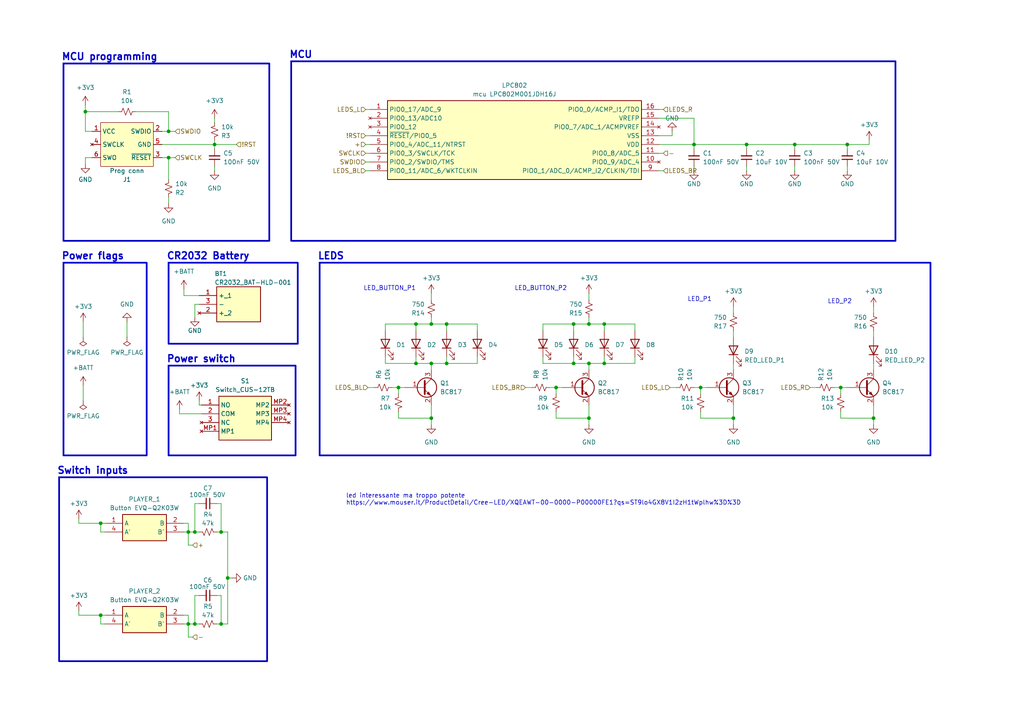
<source format=kicad_sch>
(kicad_sch (version 20230121) (generator eeschema)

  (uuid 68f245fc-2254-40e1-a67a-407f0f5cc405)

  (paper "A4")

  (lib_symbols
    (symbol "Device:C_Small" (pin_numbers hide) (pin_names (offset 0.254) hide) (in_bom yes) (on_board yes)
      (property "Reference" "C" (at 0.254 1.778 0)
        (effects (font (size 1.27 1.27)) (justify left))
      )
      (property "Value" "C_Small" (at 0.254 -2.032 0)
        (effects (font (size 1.27 1.27)) (justify left))
      )
      (property "Footprint" "" (at 0 0 0)
        (effects (font (size 1.27 1.27)) hide)
      )
      (property "Datasheet" "~" (at 0 0 0)
        (effects (font (size 1.27 1.27)) hide)
      )
      (property "ki_keywords" "capacitor cap" (at 0 0 0)
        (effects (font (size 1.27 1.27)) hide)
      )
      (property "ki_description" "Unpolarized capacitor, small symbol" (at 0 0 0)
        (effects (font (size 1.27 1.27)) hide)
      )
      (property "ki_fp_filters" "C_*" (at 0 0 0)
        (effects (font (size 1.27 1.27)) hide)
      )
      (symbol "C_Small_0_1"
        (polyline
          (pts
            (xy -1.524 -0.508)
            (xy 1.524 -0.508)
          )
          (stroke (width 0.3302) (type default))
          (fill (type none))
        )
        (polyline
          (pts
            (xy -1.524 0.508)
            (xy 1.524 0.508)
          )
          (stroke (width 0.3048) (type default))
          (fill (type none))
        )
      )
      (symbol "C_Small_1_1"
        (pin passive line (at 0 2.54 270) (length 2.032)
          (name "~" (effects (font (size 1.27 1.27))))
          (number "1" (effects (font (size 1.27 1.27))))
        )
        (pin passive line (at 0 -2.54 90) (length 2.032)
          (name "~" (effects (font (size 1.27 1.27))))
          (number "2" (effects (font (size 1.27 1.27))))
        )
      )
    )
    (symbol "Device:LED" (pin_numbers hide) (pin_names (offset 1.016) hide) (in_bom yes) (on_board yes)
      (property "Reference" "D" (at 0 2.54 0)
        (effects (font (size 1.27 1.27)))
      )
      (property "Value" "LED" (at 0 -2.54 0)
        (effects (font (size 1.27 1.27)))
      )
      (property "Footprint" "" (at 0 0 0)
        (effects (font (size 1.27 1.27)) hide)
      )
      (property "Datasheet" "~" (at 0 0 0)
        (effects (font (size 1.27 1.27)) hide)
      )
      (property "ki_keywords" "LED diode" (at 0 0 0)
        (effects (font (size 1.27 1.27)) hide)
      )
      (property "ki_description" "Light emitting diode" (at 0 0 0)
        (effects (font (size 1.27 1.27)) hide)
      )
      (property "ki_fp_filters" "LED* LED_SMD:* LED_THT:*" (at 0 0 0)
        (effects (font (size 1.27 1.27)) hide)
      )
      (symbol "LED_0_1"
        (polyline
          (pts
            (xy -1.27 -1.27)
            (xy -1.27 1.27)
          )
          (stroke (width 0.254) (type default))
          (fill (type none))
        )
        (polyline
          (pts
            (xy -1.27 0)
            (xy 1.27 0)
          )
          (stroke (width 0) (type default))
          (fill (type none))
        )
        (polyline
          (pts
            (xy 1.27 -1.27)
            (xy 1.27 1.27)
            (xy -1.27 0)
            (xy 1.27 -1.27)
          )
          (stroke (width 0.254) (type default))
          (fill (type none))
        )
        (polyline
          (pts
            (xy -3.048 -0.762)
            (xy -4.572 -2.286)
            (xy -3.81 -2.286)
            (xy -4.572 -2.286)
            (xy -4.572 -1.524)
          )
          (stroke (width 0) (type default))
          (fill (type none))
        )
        (polyline
          (pts
            (xy -1.778 -0.762)
            (xy -3.302 -2.286)
            (xy -2.54 -2.286)
            (xy -3.302 -2.286)
            (xy -3.302 -1.524)
          )
          (stroke (width 0) (type default))
          (fill (type none))
        )
      )
      (symbol "LED_1_1"
        (pin passive line (at -3.81 0 0) (length 2.54)
          (name "K" (effects (font (size 1.27 1.27))))
          (number "1" (effects (font (size 1.27 1.27))))
        )
        (pin passive line (at 3.81 0 180) (length 2.54)
          (name "A" (effects (font (size 1.27 1.27))))
          (number "2" (effects (font (size 1.27 1.27))))
        )
      )
    )
    (symbol "Device:R_Small_US" (pin_numbers hide) (pin_names (offset 0.254) hide) (in_bom yes) (on_board yes)
      (property "Reference" "R" (at 0.762 0.508 0)
        (effects (font (size 1.27 1.27)) (justify left))
      )
      (property "Value" "R_Small_US" (at 0.762 -1.016 0)
        (effects (font (size 1.27 1.27)) (justify left))
      )
      (property "Footprint" "" (at 0 0 0)
        (effects (font (size 1.27 1.27)) hide)
      )
      (property "Datasheet" "~" (at 0 0 0)
        (effects (font (size 1.27 1.27)) hide)
      )
      (property "ki_keywords" "r resistor" (at 0 0 0)
        (effects (font (size 1.27 1.27)) hide)
      )
      (property "ki_description" "Resistor, small US symbol" (at 0 0 0)
        (effects (font (size 1.27 1.27)) hide)
      )
      (property "ki_fp_filters" "R_*" (at 0 0 0)
        (effects (font (size 1.27 1.27)) hide)
      )
      (symbol "R_Small_US_1_1"
        (polyline
          (pts
            (xy 0 0)
            (xy 1.016 -0.381)
            (xy 0 -0.762)
            (xy -1.016 -1.143)
            (xy 0 -1.524)
          )
          (stroke (width 0) (type default))
          (fill (type none))
        )
        (polyline
          (pts
            (xy 0 1.524)
            (xy 1.016 1.143)
            (xy 0 0.762)
            (xy -1.016 0.381)
            (xy 0 0)
          )
          (stroke (width 0) (type default))
          (fill (type none))
        )
        (pin passive line (at 0 2.54 270) (length 1.016)
          (name "~" (effects (font (size 1.27 1.27))))
          (number "1" (effects (font (size 1.27 1.27))))
        )
        (pin passive line (at 0 -2.54 90) (length 1.016)
          (name "~" (effects (font (size 1.27 1.27))))
          (number "2" (effects (font (size 1.27 1.27))))
        )
      )
    )
    (symbol "Fading_LED_game:Button EVQ-Q2B03W" (in_bom yes) (on_board yes)
      (property "Reference" "S" (at 10.795 6.985 0)
        (effects (font (size 1.27 1.27)) (justify left top))
      )
      (property "Value" "Button EVQ-Q2K03W" (at 5.08 5.08 0)
        (effects (font (size 1.27 1.27)) (justify left top))
      )
      (property "Footprint" "Fading_LED_game:Button EVQ-Q2B03W" (at 19.05 -94.92 0)
        (effects (font (size 1.27 1.27)) (justify left top) hide)
      )
      (property "Datasheet" "https://www.mouser.it/datasheet/2/315/PANA_S_A0000770395_1-2560599.pdf" (at 19.05 -194.92 0)
        (effects (font (size 1.27 1.27)) (justify left top) hide)
      )
      (property "Height" "" (at 19.05 -394.92 0)
        (effects (font (size 1.27 1.27)) (justify left top) hide)
      )
      (property "Mouser Part Number" "667-EVQ-Q2K03W" (at 19.05 -494.92 0)
        (effects (font (size 1.27 1.27)) (justify left top) hide)
      )
      (property "Mouser Price/Stock" "https://www.mouser.it/ProductDetail/Panasonic/EVQ-Q2K03W?qs=Ow%252BOiPmaljE1x7VMJjDG9g%3D%3D" (at 19.05 -594.92 0)
        (effects (font (size 1.27 1.27)) (justify left top) hide)
      )
      (property "Manufacturer_Name" "Panasonic" (at 19.05 -694.92 0)
        (effects (font (size 1.27 1.27)) (justify left top) hide)
      )
      (property "Manufacturer_Part_Number" "EVQ-Q2K03W" (at 19.05 -794.92 0)
        (effects (font (size 1.27 1.27)) (justify left top) hide)
      )
      (property "ki_description" "PANASONIC ELECTRONIC COMPONENTS - EVQ-Q2B03W - SWITCH, TACTILE, SPST-NO, 20mA, 15VDC, SMD" (at 0 0 0)
        (effects (font (size 1.27 1.27)) hide)
      )
      (symbol "Button EVQ-Q2B03W_1_1"
        (rectangle (start 5.08 2.54) (end 17.78 -5.08)
          (stroke (width 0.254) (type default))
          (fill (type background))
        )
        (pin passive line (at 0 0 0) (length 5.08)
          (name "A" (effects (font (size 1.27 1.27))))
          (number "1" (effects (font (size 1.27 1.27))))
        )
        (pin passive line (at 22.86 0 180) (length 5.08)
          (name "B" (effects (font (size 1.27 1.27))))
          (number "2" (effects (font (size 1.27 1.27))))
        )
        (pin passive line (at 22.86 -2.54 180) (length 5.08)
          (name "B'" (effects (font (size 1.27 1.27))))
          (number "3" (effects (font (size 1.27 1.27))))
        )
        (pin passive line (at 0 -2.54 0) (length 5.08)
          (name "A'" (effects (font (size 1.27 1.27))))
          (number "4" (effects (font (size 1.27 1.27))))
        )
      )
    )
    (symbol "Fading_LED_game:CR2032_BAT-HLD-001" (in_bom yes) (on_board yes)
      (property "Reference" "BT" (at 19.05 7.62 0)
        (effects (font (size 1.27 1.27)) (justify left top))
      )
      (property "Value" "CR2032_BAT-HLD-001" (at 19.05 5.08 0)
        (effects (font (size 1.27 1.27)) (justify left top))
      )
      (property "Footprint" "Fading_LED_game:CR2032_BAT-HLD-001" (at 19.05 -94.92 0)
        (effects (font (size 1.27 1.27)) (justify left top) hide)
      )
      (property "Datasheet" "https://www.te.com/commerce/DocumentDelivery/DDEController?Action=showdoc&DocId=Customer+Drawing%7FC-BAT-HLD-001-xx%7FE%7Fpdf%7FEnglish%7FENG_CD_C-BAT-HLD-001-xx_E.pdf%7FBAT-HLD-001" (at 19.05 -194.92 0)
        (effects (font (size 1.27 1.27)) (justify left top) hide)
      )
      (property "Height" "4.3" (at 19.05 -394.92 0)
        (effects (font (size 1.27 1.27)) (justify left top) hide)
      )
      (property "Mouser Part Number" "712-BAT-HLD-001" (at 19.05 -494.92 0)
        (effects (font (size 1.27 1.27)) (justify left top) hide)
      )
      (property "Mouser Price/Stock" "https://www.mouser.co.uk/ProductDetail/TE-Connectivity-Linx-Technologies/BAT-HLD-001?qs=K5ta8V%252BWhta7hbVGfm4dqA%3D%3D" (at 19.05 -594.92 0)
        (effects (font (size 1.27 1.27)) (justify left top) hide)
      )
      (property "Manufacturer_Name" "TE Connectivity" (at 19.05 -694.92 0)
        (effects (font (size 1.27 1.27)) (justify left top) hide)
      )
      (property "Manufacturer_Part_Number" "BAT-HLD-001" (at 19.05 -794.92 0)
        (effects (font (size 1.27 1.27)) (justify left top) hide)
      )
      (property "ki_description" "Battery Holders, CR2032, 1 Position, Horizontal, Nickel, PCB Mount Alignment, Power, -40  257 F [-40  125 C]" (at 0 0 0)
        (effects (font (size 1.27 1.27)) hide)
      )
      (symbol "CR2032_BAT-HLD-001_1_1"
        (rectangle (start 5.08 2.54) (end 17.78 -7.62)
          (stroke (width 0.254) (type default))
          (fill (type background))
        )
        (pin passive line (at 0 0 0) (length 5.08)
          (name "+_1" (effects (font (size 1.27 1.27))))
          (number "1" (effects (font (size 1.27 1.27))))
        )
        (pin no_connect line (at 0 -5.08 0) (length 5.08)
          (name "+_2" (effects (font (size 1.27 1.27))))
          (number "2" (effects (font (size 1.27 1.27))))
        )
        (pin passive line (at 0 -2.54 0) (length 5.08)
          (name "-" (effects (font (size 1.27 1.27))))
          (number "3" (effects (font (size 1.27 1.27))))
        )
      )
    )
    (symbol "Fading_LED_game:Switch_CUS-12TB" (in_bom yes) (on_board yes)
      (property "Reference" "S" (at 11.43 6.985 0)
        (effects (font (size 1.27 1.27)) (justify left top))
      )
      (property "Value" "Switch_CUS-12TB" (at -0.635 5.08 0)
        (effects (font (size 1.27 1.27)) (justify left top))
      )
      (property "Footprint" "Fading_LED_game:Switch_CUS-12TB" (at 21.59 -94.92 0)
        (effects (font (size 1.27 1.27)) (justify left top) hide)
      )
      (property "Datasheet" "https://www.nidec-copal-electronics.com/e/catalog/switch/cus.pdf" (at 21.59 -194.92 0)
        (effects (font (size 1.27 1.27)) (justify left top) hide)
      )
      (property "Height" "1.4" (at 21.59 -394.92 0)
        (effects (font (size 1.27 1.27)) (justify left top) hide)
      )
      (property "Mouser Part Number" "229-CUS-12TB" (at 21.59 -494.92 0)
        (effects (font (size 1.27 1.27)) (justify left top) hide)
      )
      (property "Mouser Price/Stock" "https://www.mouser.co.uk/ProductDetail/Nidec-Components/CUS-12TB?qs=XeJtXLiO41Q1Ug1dC3Bq%2FQ%3D%3D" (at 21.59 -594.92 0)
        (effects (font (size 1.27 1.27)) (justify left top) hide)
      )
      (property "Manufacturer_Name" "Nidec Copal" (at 21.59 -694.92 0)
        (effects (font (size 1.27 1.27)) (justify left top) hide)
      )
      (property "Manufacturer_Part_Number" "CUS-12TB" (at 21.59 -794.92 0)
        (effects (font (size 1.27 1.27)) (justify left top) hide)
      )
      (property "ki_description" "Slide Switches smd low profile slide switch, 1P2T, gull wing" (at 0 0 0)
        (effects (font (size 1.27 1.27)) hide)
      )
      (symbol "Switch_CUS-12TB_1_1"
        (rectangle (start 5.08 2.54) (end 20.32 -10.16)
          (stroke (width 0.254) (type default))
          (fill (type background))
        )
        (pin passive line (at 0 0 0) (length 5.08)
          (name "NO" (effects (font (size 1.27 1.27))))
          (number "1" (effects (font (size 1.27 1.27))))
        )
        (pin passive line (at 0 -2.54 0) (length 5.08)
          (name "COM" (effects (font (size 1.27 1.27))))
          (number "2" (effects (font (size 1.27 1.27))))
        )
        (pin no_connect line (at 0 -5.08 0) (length 5.08)
          (name "NC" (effects (font (size 1.27 1.27))))
          (number "3" (effects (font (size 1.27 1.27))))
        )
        (pin no_connect line (at 0 -7.62 0) (length 5.08)
          (name "MP1" (effects (font (size 1.27 1.27))))
          (number "MP1" (effects (font (size 1.27 1.27))))
        )
        (pin no_connect line (at 25.4 0 180) (length 5.08)
          (name "MP2" (effects (font (size 1.27 1.27))))
          (number "MP2" (effects (font (size 1.27 1.27))))
        )
        (pin no_connect line (at 25.4 -2.54 180) (length 5.08)
          (name "MP3" (effects (font (size 1.27 1.27))))
          (number "MP3" (effects (font (size 1.27 1.27))))
        )
        (pin no_connect line (at 25.4 -5.08 180) (length 5.08)
          (name "MP4" (effects (font (size 1.27 1.27))))
          (number "MP4" (effects (font (size 1.27 1.27))))
        )
      )
    )
    (symbol "Fan controller:Programming connector" (in_bom no) (on_board yes)
      (property "Reference" "J" (at 0.635 3.175 0)
        (effects (font (size 1.27 1.27)))
      )
      (property "Value" "Programming connector" (at 3.175 1.27 0)
        (effects (font (size 1.27 1.27)))
      )
      (property "Footprint" "Connector:Tag-Connect_TC2030-IDC-NL_2x03_P1.27mm_Vertical" (at -1.905 -17.78 0)
        (effects (font (size 1.27 1.27)) hide)
      )
      (property "Datasheet" "https://www.tag-connect.com/wp-content/uploads/bsk-pdf-manager/TC2030-CTX_1.pdf" (at -1.905 -15.24 0)
        (effects (font (size 1.27 1.27)) hide)
      )
      (property "ki_keywords" "Cortex Debug Connector ARM SWD JTAG" (at 0 0 0)
        (effects (font (size 1.27 1.27)) hide)
      )
      (property "ki_description" "Tag-Connect ARM Cortex SWD JTAG connector, 6 pin" (at 0 0 0)
        (effects (font (size 1.27 1.27)) hide)
      )
      (property "ki_fp_filters" "*TC2030*" (at 0 0 0)
        (effects (font (size 1.27 1.27)) hide)
      )
      (symbol "Programming connector_0_1"
        (rectangle (start -7.62 0) (end 7.62 -12.7)
          (stroke (width 0) (type default))
          (fill (type background))
        )
      )
      (symbol "Programming connector_1_0"
        (pin passive line (at -10.16 -2.54 0) (length 2.54)
          (name "VCC" (effects (font (size 1.27 1.27))))
          (number "1" (effects (font (size 1.27 1.27))))
        )
        (pin passive line (at 10.16 -2.54 180) (length 2.54)
          (name "SWDIO" (effects (font (size 1.27 1.27))))
          (number "2" (effects (font (size 1.27 1.27))))
          (alternate "TMS" bidirectional line)
        )
        (pin passive line (at 10.16 -10.16 180) (length 2.54)
          (name "~{RESET}" (effects (font (size 1.27 1.27))))
          (number "3" (effects (font (size 1.27 1.27))))
        )
        (pin no_connect line (at -10.16 -6.35 0) (length 2.54)
          (name "SWCLK" (effects (font (size 1.27 1.27))))
          (number "4" (effects (font (size 1.27 1.27))))
          (alternate "TCK" output line)
        )
        (pin passive line (at 10.16 -6.35 180) (length 2.54)
          (name "GND" (effects (font (size 1.27 1.27))))
          (number "5" (effects (font (size 1.27 1.27))))
        )
        (pin passive line (at -10.16 -10.16 0) (length 2.54)
          (name "SWO" (effects (font (size 1.27 1.27))))
          (number "6" (effects (font (size 1.27 1.27))))
          (alternate "TDO" input line)
        )
      )
    )
    (symbol "Fan controller:mcu LPC802M001JDH16J" (in_bom yes) (on_board yes)
      (property "Reference" "IC1" (at 41.91 6.985 0)
        (effects (font (size 1.27 1.27)))
      )
      (property "Value" "mcu LPC802M001JDH16J" (at 41.91 4.445 0)
        (effects (font (size 1.27 1.27)))
      )
      (property "Footprint" "Fan controller:mcu LPC802" (at 80.01 -94.92 0)
        (effects (font (size 1.27 1.27)) (justify left top) hide)
      )
      (property "Datasheet" "https://www.nxp.com/docs/en/data-sheet/LPC802.pdf" (at 80.01 -194.92 0)
        (effects (font (size 1.27 1.27)) (justify left top) hide)
      )
      (property "Height" "1.1" (at 80.01 -394.92 0)
        (effects (font (size 1.27 1.27)) (justify left top) hide)
      )
      (property "Mouser Part Number" "771-LPC802M001JDH16J" (at 80.01 -494.92 0)
        (effects (font (size 1.27 1.27)) (justify left top) hide)
      )
      (property "Mouser Price/Stock" "https://www.mouser.co.uk/ProductDetail/NXP-Semiconductors/LPC802M001JDH16J?qs=%252BEew9%252B0nqrBpkEruu3r40Q%3D%3D" (at 80.01 -594.92 0)
        (effects (font (size 1.27 1.27)) (justify left top) hide)
      )
      (property "Manufacturer_Name" "NXP" (at 80.01 -694.92 0)
        (effects (font (size 1.27 1.27)) (justify left top) hide)
      )
      (property "Manufacturer_Part_Number" "LPC802M001JDH16J" (at 80.01 -794.92 0)
        (effects (font (size 1.27 1.27)) (justify left top) hide)
      )
      (property "ki_description" "NXP - LPC802M001JDH16J - ARM MCU, LPC Family LPC80x Series Microcontrollers, ARM Cortex-M0+, 32bit, 15 MHz, 16 KB, 2 KB" (at 0 0 0)
        (effects (font (size 1.27 1.27)) hide)
      )
      (symbol "mcu LPC802M001JDH16J_1_1"
        (rectangle (start 5.08 2.54) (end 78.74 -20.32)
          (stroke (width 0.254) (type default))
          (fill (type background))
        )
        (pin passive line (at 0 0 0) (length 5.08)
          (name "PIO0_17/ADC_9" (effects (font (size 1.27 1.27))))
          (number "1" (effects (font (size 1.27 1.27))))
        )
        (pin no_connect line (at 83.82 -15.24 180) (length 5.08)
          (name "PIO0_9/ADC_4" (effects (font (size 1.27 1.27))))
          (number "10" (effects (font (size 1.27 1.27))))
        )
        (pin passive line (at 83.82 -12.7 180) (length 5.08)
          (name "PIO0_8/ADC_5" (effects (font (size 1.27 1.27))))
          (number "11" (effects (font (size 1.27 1.27))))
        )
        (pin passive line (at 83.82 -10.16 180) (length 5.08)
          (name "VDD" (effects (font (size 1.27 1.27))))
          (number "12" (effects (font (size 1.27 1.27))))
        )
        (pin passive line (at 83.82 -7.62 180) (length 5.08)
          (name "VSS" (effects (font (size 1.27 1.27))))
          (number "13" (effects (font (size 1.27 1.27))))
        )
        (pin no_connect line (at 83.82 -5.08 180) (length 5.08)
          (name "PIO0_7/ADC_1/ACMPVREF" (effects (font (size 1.27 1.27))))
          (number "14" (effects (font (size 1.27 1.27))))
        )
        (pin passive line (at 83.82 -2.54 180) (length 5.08)
          (name "VREFP" (effects (font (size 1.27 1.27))))
          (number "15" (effects (font (size 1.27 1.27))))
        )
        (pin passive line (at 83.82 0 180) (length 5.08)
          (name "PIO0_0/ACMP_I1/TDO" (effects (font (size 1.27 1.27))))
          (number "16" (effects (font (size 1.27 1.27))))
        )
        (pin no_connect line (at 0 -2.54 0) (length 5.08)
          (name "PIO0_13/ADC10" (effects (font (size 1.27 1.27))))
          (number "2" (effects (font (size 1.27 1.27))))
        )
        (pin no_connect line (at 0 -5.08 0) (length 5.08)
          (name "PIO0_12" (effects (font (size 1.27 1.27))))
          (number "3" (effects (font (size 1.27 1.27))))
        )
        (pin passive line (at 0 -7.62 0) (length 5.08)
          (name "~{RESET}/PIO0_5" (effects (font (size 1.27 1.27))))
          (number "4" (effects (font (size 1.27 1.27))))
        )
        (pin passive line (at 0 -10.16 0) (length 5.08)
          (name "PIO0_4/ADC_11/NTRST" (effects (font (size 1.27 1.27))))
          (number "5" (effects (font (size 1.27 1.27))))
        )
        (pin passive line (at 0 -12.7 0) (length 5.08)
          (name "PIO0_3/SWCLK/TCK" (effects (font (size 1.27 1.27))))
          (number "6" (effects (font (size 1.27 1.27))))
        )
        (pin passive line (at 0 -15.24 0) (length 5.08)
          (name "PIO0_2/SWDIO/TMS" (effects (font (size 1.27 1.27))))
          (number "7" (effects (font (size 1.27 1.27))))
        )
        (pin passive line (at 0 -17.78 0) (length 5.08)
          (name "PIO0_11/ADC_6/WKTCLKIN" (effects (font (size 1.27 1.27))))
          (number "8" (effects (font (size 1.27 1.27))))
        )
        (pin passive line (at 83.82 -17.78 180) (length 5.08)
          (name "PIO0_1/ADC_0/ACMP_I2/CLKIN/TDI" (effects (font (size 1.27 1.27))))
          (number "9" (effects (font (size 1.27 1.27))))
        )
      )
    )
    (symbol "Transistor_BJT:BC817" (pin_names (offset 0) hide) (in_bom yes) (on_board yes)
      (property "Reference" "Q" (at 5.08 1.905 0)
        (effects (font (size 1.27 1.27)) (justify left))
      )
      (property "Value" "BC817" (at 5.08 0 0)
        (effects (font (size 1.27 1.27)) (justify left))
      )
      (property "Footprint" "Package_TO_SOT_SMD:SOT-23" (at 5.08 -1.905 0)
        (effects (font (size 1.27 1.27) italic) (justify left) hide)
      )
      (property "Datasheet" "https://www.onsemi.com/pub/Collateral/BC818-D.pdf" (at 0 0 0)
        (effects (font (size 1.27 1.27)) (justify left) hide)
      )
      (property "ki_keywords" "NPN Transistor" (at 0 0 0)
        (effects (font (size 1.27 1.27)) hide)
      )
      (property "ki_description" "0.8A Ic, 45V Vce, NPN Transistor, SOT-23" (at 0 0 0)
        (effects (font (size 1.27 1.27)) hide)
      )
      (property "ki_fp_filters" "SOT?23*" (at 0 0 0)
        (effects (font (size 1.27 1.27)) hide)
      )
      (symbol "BC817_0_1"
        (polyline
          (pts
            (xy 0.635 0.635)
            (xy 2.54 2.54)
          )
          (stroke (width 0) (type default))
          (fill (type none))
        )
        (polyline
          (pts
            (xy 0.635 -0.635)
            (xy 2.54 -2.54)
            (xy 2.54 -2.54)
          )
          (stroke (width 0) (type default))
          (fill (type none))
        )
        (polyline
          (pts
            (xy 0.635 1.905)
            (xy 0.635 -1.905)
            (xy 0.635 -1.905)
          )
          (stroke (width 0.508) (type default))
          (fill (type none))
        )
        (polyline
          (pts
            (xy 1.27 -1.778)
            (xy 1.778 -1.27)
            (xy 2.286 -2.286)
            (xy 1.27 -1.778)
            (xy 1.27 -1.778)
          )
          (stroke (width 0) (type default))
          (fill (type outline))
        )
        (circle (center 1.27 0) (radius 2.8194)
          (stroke (width 0.254) (type default))
          (fill (type none))
        )
      )
      (symbol "BC817_1_1"
        (pin input line (at -5.08 0 0) (length 5.715)
          (name "B" (effects (font (size 1.27 1.27))))
          (number "1" (effects (font (size 1.27 1.27))))
        )
        (pin passive line (at 2.54 -5.08 90) (length 2.54)
          (name "E" (effects (font (size 1.27 1.27))))
          (number "2" (effects (font (size 1.27 1.27))))
        )
        (pin passive line (at 2.54 5.08 270) (length 2.54)
          (name "C" (effects (font (size 1.27 1.27))))
          (number "3" (effects (font (size 1.27 1.27))))
        )
      )
    )
    (symbol "power:+3V3" (power) (pin_names (offset 0)) (in_bom yes) (on_board yes)
      (property "Reference" "#PWR" (at 0 -3.81 0)
        (effects (font (size 1.27 1.27)) hide)
      )
      (property "Value" "+3V3" (at 0 3.556 0)
        (effects (font (size 1.27 1.27)))
      )
      (property "Footprint" "" (at 0 0 0)
        (effects (font (size 1.27 1.27)) hide)
      )
      (property "Datasheet" "" (at 0 0 0)
        (effects (font (size 1.27 1.27)) hide)
      )
      (property "ki_keywords" "global power" (at 0 0 0)
        (effects (font (size 1.27 1.27)) hide)
      )
      (property "ki_description" "Power symbol creates a global label with name \"+3V3\"" (at 0 0 0)
        (effects (font (size 1.27 1.27)) hide)
      )
      (symbol "+3V3_0_1"
        (polyline
          (pts
            (xy -0.762 1.27)
            (xy 0 2.54)
          )
          (stroke (width 0) (type default))
          (fill (type none))
        )
        (polyline
          (pts
            (xy 0 0)
            (xy 0 2.54)
          )
          (stroke (width 0) (type default))
          (fill (type none))
        )
        (polyline
          (pts
            (xy 0 2.54)
            (xy 0.762 1.27)
          )
          (stroke (width 0) (type default))
          (fill (type none))
        )
      )
      (symbol "+3V3_1_1"
        (pin power_in line (at 0 0 90) (length 0) hide
          (name "+3V3" (effects (font (size 1.27 1.27))))
          (number "1" (effects (font (size 1.27 1.27))))
        )
      )
    )
    (symbol "power:+BATT" (power) (pin_names (offset 0)) (in_bom yes) (on_board yes)
      (property "Reference" "#PWR" (at 0 -3.81 0)
        (effects (font (size 1.27 1.27)) hide)
      )
      (property "Value" "+BATT" (at 0 3.556 0)
        (effects (font (size 1.27 1.27)))
      )
      (property "Footprint" "" (at 0 0 0)
        (effects (font (size 1.27 1.27)) hide)
      )
      (property "Datasheet" "" (at 0 0 0)
        (effects (font (size 1.27 1.27)) hide)
      )
      (property "ki_keywords" "global power battery" (at 0 0 0)
        (effects (font (size 1.27 1.27)) hide)
      )
      (property "ki_description" "Power symbol creates a global label with name \"+BATT\"" (at 0 0 0)
        (effects (font (size 1.27 1.27)) hide)
      )
      (symbol "+BATT_0_1"
        (polyline
          (pts
            (xy -0.762 1.27)
            (xy 0 2.54)
          )
          (stroke (width 0) (type default))
          (fill (type none))
        )
        (polyline
          (pts
            (xy 0 0)
            (xy 0 2.54)
          )
          (stroke (width 0) (type default))
          (fill (type none))
        )
        (polyline
          (pts
            (xy 0 2.54)
            (xy 0.762 1.27)
          )
          (stroke (width 0) (type default))
          (fill (type none))
        )
      )
      (symbol "+BATT_1_1"
        (pin power_in line (at 0 0 90) (length 0) hide
          (name "+BATT" (effects (font (size 1.27 1.27))))
          (number "1" (effects (font (size 1.27 1.27))))
        )
      )
    )
    (symbol "power:GND" (power) (pin_names (offset 0)) (in_bom yes) (on_board yes)
      (property "Reference" "#PWR" (at 0 -6.35 0)
        (effects (font (size 1.27 1.27)) hide)
      )
      (property "Value" "GND" (at 0 -3.81 0)
        (effects (font (size 1.27 1.27)))
      )
      (property "Footprint" "" (at 0 0 0)
        (effects (font (size 1.27 1.27)) hide)
      )
      (property "Datasheet" "" (at 0 0 0)
        (effects (font (size 1.27 1.27)) hide)
      )
      (property "ki_keywords" "global power" (at 0 0 0)
        (effects (font (size 1.27 1.27)) hide)
      )
      (property "ki_description" "Power symbol creates a global label with name \"GND\" , ground" (at 0 0 0)
        (effects (font (size 1.27 1.27)) hide)
      )
      (symbol "GND_0_1"
        (polyline
          (pts
            (xy 0 0)
            (xy 0 -1.27)
            (xy 1.27 -1.27)
            (xy 0 -2.54)
            (xy -1.27 -1.27)
            (xy 0 -1.27)
          )
          (stroke (width 0) (type default))
          (fill (type none))
        )
      )
      (symbol "GND_1_1"
        (pin power_in line (at 0 0 270) (length 0) hide
          (name "GND" (effects (font (size 1.27 1.27))))
          (number "1" (effects (font (size 1.27 1.27))))
        )
      )
    )
    (symbol "power:PWR_FLAG" (power) (pin_numbers hide) (pin_names (offset 0) hide) (in_bom yes) (on_board yes)
      (property "Reference" "#FLG" (at 0 1.905 0)
        (effects (font (size 1.27 1.27)) hide)
      )
      (property "Value" "PWR_FLAG" (at 0 3.81 0)
        (effects (font (size 1.27 1.27)))
      )
      (property "Footprint" "" (at 0 0 0)
        (effects (font (size 1.27 1.27)) hide)
      )
      (property "Datasheet" "~" (at 0 0 0)
        (effects (font (size 1.27 1.27)) hide)
      )
      (property "ki_keywords" "flag power" (at 0 0 0)
        (effects (font (size 1.27 1.27)) hide)
      )
      (property "ki_description" "Special symbol for telling ERC where power comes from" (at 0 0 0)
        (effects (font (size 1.27 1.27)) hide)
      )
      (symbol "PWR_FLAG_0_0"
        (pin power_out line (at 0 0 90) (length 0)
          (name "pwr" (effects (font (size 1.27 1.27))))
          (number "1" (effects (font (size 1.27 1.27))))
        )
      )
      (symbol "PWR_FLAG_0_1"
        (polyline
          (pts
            (xy 0 0)
            (xy 0 1.27)
            (xy -1.016 1.905)
            (xy 0 2.54)
            (xy 1.016 1.905)
            (xy 0 1.27)
          )
          (stroke (width 0) (type default))
          (fill (type none))
        )
      )
    )
  )

  (junction (at 125.095 93.98) (diameter 0) (color 0 0 0 0)
    (uuid 05e5559b-8f89-4e5c-8cce-3ae30386b1a4)
  )
  (junction (at 56.515 154.305) (diameter 0) (color 0 0 0 0)
    (uuid 0a63626d-4ba9-4345-8a64-a764340613ef)
  )
  (junction (at 175.26 105.41) (diameter 0) (color 0 0 0 0)
    (uuid 0d8837f7-c51e-496f-9b15-685d755fd8dc)
  )
  (junction (at 203.2 112.395) (diameter 0) (color 0 0 0 0)
    (uuid 130e5c45-503a-4d05-8d75-69c769724c61)
  )
  (junction (at 230.505 41.91) (diameter 0) (color 0 0 0 0)
    (uuid 160eb811-67a7-4c11-b988-daec53dc4901)
  )
  (junction (at 129.54 105.41) (diameter 0) (color 0 0 0 0)
    (uuid 1be8129f-5f3f-46dd-84ee-ccbeffd24e50)
  )
  (junction (at 175.26 93.98) (diameter 0) (color 0 0 0 0)
    (uuid 23bdd6af-457b-49bd-b90d-3c5259f9e383)
  )
  (junction (at 48.895 45.72) (diameter 0) (color 0 0 0 0)
    (uuid 25d4b494-13d7-4352-b784-77599af04075)
  )
  (junction (at 170.815 121.285) (diameter 0) (color 0 0 0 0)
    (uuid 2dd9f532-6f48-4da3-9c72-3fa2fadbac21)
  )
  (junction (at 120.65 105.41) (diameter 0) (color 0 0 0 0)
    (uuid 43e99c3d-c3da-46d2-b16e-ba95ce608482)
  )
  (junction (at 66.04 167.64) (diameter 0) (color 0 0 0 0)
    (uuid 5634b69b-8138-469d-9773-f4baf9ed527f)
  )
  (junction (at 56.515 180.975) (diameter 0) (color 0 0 0 0)
    (uuid 675e9575-d063-440d-ac26-b8d3550e74f4)
  )
  (junction (at 62.23 41.91) (diameter 0) (color 0 0 0 0)
    (uuid 7e84513e-a431-4ba2-9ba5-e667871727c3)
  )
  (junction (at 201.295 41.91) (diameter 0) (color 0 0 0 0)
    (uuid 817ac332-d470-409f-bd50-ca51b235ac26)
  )
  (junction (at 216.535 41.91) (diameter 0) (color 0 0 0 0)
    (uuid 85fe1e32-1984-4493-b97a-6fa11010524d)
  )
  (junction (at 54.61 180.975) (diameter 0) (color 0 0 0 0)
    (uuid 920129fd-b3d3-4609-bd96-a9a44a48587a)
  )
  (junction (at 166.37 93.98) (diameter 0) (color 0 0 0 0)
    (uuid 94236c8e-c702-4a46-a65c-64ff8eb482bc)
  )
  (junction (at 125.095 105.41) (diameter 0) (color 0 0 0 0)
    (uuid 961aab76-ef90-4785-870a-9903dd94f0ac)
  )
  (junction (at 212.725 121.285) (diameter 0) (color 0 0 0 0)
    (uuid a40e0491-a77e-4813-bb70-4927eda3b981)
  )
  (junction (at 129.54 93.98) (diameter 0) (color 0 0 0 0)
    (uuid a62eddea-ad8c-48f9-ac44-2ee2ed2738b8)
  )
  (junction (at 48.895 38.1) (diameter 0) (color 0 0 0 0)
    (uuid aa03d2c8-6bdf-4de5-acd5-11d6f38ed7d7)
  )
  (junction (at 170.815 93.98) (diameter 0) (color 0 0 0 0)
    (uuid ac037d13-073e-455a-bcf1-00e82c410e09)
  )
  (junction (at 253.365 121.285) (diameter 0) (color 0 0 0 0)
    (uuid af653992-e95e-4d34-9508-987103bd0654)
  )
  (junction (at 161.29 112.395) (diameter 0) (color 0 0 0 0)
    (uuid be3715a1-47b2-4d56-8dbc-341da9d79ffd)
  )
  (junction (at 29.21 178.435) (diameter 0) (color 0 0 0 0)
    (uuid c1a05adf-e1c4-4d11-8ce6-a7911e09bc11)
  )
  (junction (at 64.135 180.975) (diameter 0) (color 0 0 0 0)
    (uuid cb8a0721-dbc4-4416-ae06-b5a97dbda10c)
  )
  (junction (at 125.095 121.285) (diameter 0) (color 0 0 0 0)
    (uuid cdb08345-6871-46f2-980b-bf737f1b4264)
  )
  (junction (at 54.61 154.305) (diameter 0) (color 0 0 0 0)
    (uuid d0327ff3-ff27-4b35-89ea-542ec09b56be)
  )
  (junction (at 120.65 93.98) (diameter 0) (color 0 0 0 0)
    (uuid d2ff4a18-6ed3-4c80-ac39-a269e3e1eec7)
  )
  (junction (at 24.765 32.385) (diameter 0) (color 0 0 0 0)
    (uuid d56b70ae-fef8-452a-860e-eb51d8376f3f)
  )
  (junction (at 29.21 151.765) (diameter 0) (color 0 0 0 0)
    (uuid d6197951-f0eb-4783-b302-12d6e483262d)
  )
  (junction (at 245.745 41.91) (diameter 0) (color 0 0 0 0)
    (uuid d8019633-b78c-4025-8c41-cc8069b58a9e)
  )
  (junction (at 166.37 105.41) (diameter 0) (color 0 0 0 0)
    (uuid d98f70cb-a4b8-4fe1-b921-e0d7c5ad9a5e)
  )
  (junction (at 243.84 112.395) (diameter 0) (color 0 0 0 0)
    (uuid e0bf9235-6e9d-4e83-888b-012ec72568a8)
  )
  (junction (at 64.135 154.305) (diameter 0) (color 0 0 0 0)
    (uuid e8de20a8-3835-4415-8209-a8cec4a17204)
  )
  (junction (at 170.815 105.41) (diameter 0) (color 0 0 0 0)
    (uuid f473ce85-35ef-4ba1-a2fe-7036c9a5cae1)
  )
  (junction (at 115.57 112.395) (diameter 0) (color 0 0 0 0)
    (uuid fb5e09f2-a7a6-4fcb-8cd2-c66290d83db5)
  )

  (wire (pts (xy 57.785 117.475) (xy 57.785 116.205))
    (stroke (width 0) (type default))
    (uuid 04ae0c6d-39a5-4c30-bbcc-c9831f452c26)
  )
  (wire (pts (xy 24.13 93.345) (xy 24.13 97.79))
    (stroke (width 0) (type default))
    (uuid 05380082-c122-47c6-8ed3-93bacacbf604)
  )
  (wire (pts (xy 111.76 95.885) (xy 111.76 93.98))
    (stroke (width 0) (type default))
    (uuid 063580e0-647d-4395-b19e-cea41aa81fb2)
  )
  (wire (pts (xy 50.8 38.1) (xy 48.895 38.1))
    (stroke (width 0) (type default))
    (uuid 0961e7ae-ea02-4f6a-ae54-5c99e45efa26)
  )
  (wire (pts (xy 62.865 146.05) (xy 64.135 146.05))
    (stroke (width 0) (type default))
    (uuid 0e6750c2-cc74-4f1c-adfe-dd1cfbe77e74)
  )
  (wire (pts (xy 24.765 30.48) (xy 24.765 32.385))
    (stroke (width 0) (type default))
    (uuid 11099f43-a7f3-404a-84a4-c7281528700c)
  )
  (wire (pts (xy 203.2 121.285) (xy 212.725 121.285))
    (stroke (width 0) (type default))
    (uuid 11fcadde-6a36-4dc6-848a-d748f384accc)
  )
  (wire (pts (xy 115.57 112.395) (xy 117.475 112.395))
    (stroke (width 0) (type default))
    (uuid 12fb8154-7de0-4549-890a-a56c03e67937)
  )
  (wire (pts (xy 56.515 88.265) (xy 56.515 92.075))
    (stroke (width 0) (type default))
    (uuid 13d4ad04-bd3e-497a-855c-55134072aac9)
  )
  (wire (pts (xy 54.61 154.305) (xy 56.515 154.305))
    (stroke (width 0) (type default))
    (uuid 14ceb985-13b3-4f46-99cc-36f5839dad91)
  )
  (wire (pts (xy 201.295 112.395) (xy 203.2 112.395))
    (stroke (width 0) (type default))
    (uuid 15f84214-86d0-42f8-8f06-534d4c136a72)
  )
  (wire (pts (xy 175.26 103.505) (xy 175.26 105.41))
    (stroke (width 0) (type default))
    (uuid 174b03cf-dc54-4fcb-955c-0c3779b443a3)
  )
  (wire (pts (xy 53.34 85.725) (xy 57.785 85.725))
    (stroke (width 0) (type default))
    (uuid 18fbe103-807e-4380-bff0-5a263b6f0c9f)
  )
  (wire (pts (xy 57.785 117.475) (xy 58.42 117.475))
    (stroke (width 0) (type default))
    (uuid 1912e25a-adea-42a6-a167-bc054928a036)
  )
  (wire (pts (xy 56.515 172.72) (xy 56.515 180.975))
    (stroke (width 0) (type default))
    (uuid 191714ef-31a3-4db6-8eee-e2dabd569674)
  )
  (wire (pts (xy 53.34 178.435) (xy 54.61 178.435))
    (stroke (width 0) (type default))
    (uuid 199bef6d-941c-4e72-80b9-7fc57d2f9c29)
  )
  (wire (pts (xy 24.13 111.76) (xy 24.13 116.205))
    (stroke (width 0) (type default))
    (uuid 19e3313d-43f5-499c-a623-9d13b695462d)
  )
  (wire (pts (xy 52.07 118.745) (xy 52.07 120.015))
    (stroke (width 0) (type default))
    (uuid 1a408e55-c908-41eb-b9df-0685e30c623d)
  )
  (wire (pts (xy 212.725 97.79) (xy 212.725 95.885))
    (stroke (width 0) (type default))
    (uuid 1b7fff36-dd09-4d39-87fe-b19b7eec57da)
  )
  (wire (pts (xy 46.99 41.91) (xy 62.23 41.91))
    (stroke (width 0) (type default))
    (uuid 1c319fdb-b520-4606-bbbc-b6a555a297b3)
  )
  (wire (pts (xy 243.84 121.285) (xy 253.365 121.285))
    (stroke (width 0) (type default))
    (uuid 1cad2579-b5f8-45a7-b534-84a3835d984d)
  )
  (wire (pts (xy 175.26 105.41) (xy 170.815 105.41))
    (stroke (width 0) (type default))
    (uuid 1db0a09e-3767-4628-8626-97b8f6a2c6cd)
  )
  (wire (pts (xy 54.61 151.765) (xy 54.61 154.305))
    (stroke (width 0) (type default))
    (uuid 1e9b53de-a002-446b-ad62-a9fb28d9b847)
  )
  (wire (pts (xy 29.21 154.305) (xy 30.48 154.305))
    (stroke (width 0) (type default))
    (uuid 20b12c62-7663-479a-9957-798a6dd43198)
  )
  (wire (pts (xy 129.54 95.885) (xy 129.54 93.98))
    (stroke (width 0) (type default))
    (uuid 21df8d40-bb98-483a-bd19-d7725b38d0d3)
  )
  (wire (pts (xy 161.29 121.285) (xy 170.815 121.285))
    (stroke (width 0) (type default))
    (uuid 22da2bca-0226-4a20-9042-087be4d7110b)
  )
  (wire (pts (xy 54.61 180.975) (xy 56.515 180.975))
    (stroke (width 0) (type default))
    (uuid 27d1252a-8a9a-42e9-b37b-a89e5a4d407a)
  )
  (wire (pts (xy 253.365 88.9) (xy 253.365 90.805))
    (stroke (width 0) (type default))
    (uuid 2cb022a8-ef97-4d69-94d2-c1f2bda71a84)
  )
  (wire (pts (xy 157.48 105.41) (xy 166.37 105.41))
    (stroke (width 0) (type default))
    (uuid 2f84f2dc-098d-497a-a9d2-694ae35f6651)
  )
  (wire (pts (xy 230.505 43.18) (xy 230.505 41.91))
    (stroke (width 0) (type default))
    (uuid 2f95a041-f2ee-48c1-a3ce-1fc39982208b)
  )
  (wire (pts (xy 191.135 44.45) (xy 192.405 44.45))
    (stroke (width 0) (type default))
    (uuid 31cdafc4-3ad8-47a4-a121-24fb12254a8d)
  )
  (wire (pts (xy 107.315 41.91) (xy 106.045 41.91))
    (stroke (width 0) (type default))
    (uuid 33d6281c-739b-4656-9473-d31bd2405d76)
  )
  (wire (pts (xy 243.84 121.285) (xy 243.84 119.38))
    (stroke (width 0) (type default))
    (uuid 36c5be2f-d732-4587-b042-09d9911fc102)
  )
  (wire (pts (xy 245.745 48.26) (xy 245.745 49.53))
    (stroke (width 0) (type default))
    (uuid 379091ac-93f1-45cd-b7a3-365b7e562eda)
  )
  (wire (pts (xy 54.61 154.305) (xy 54.61 158.115))
    (stroke (width 0) (type default))
    (uuid 3832e89b-8e51-4fb8-aecc-a809749772f8)
  )
  (wire (pts (xy 22.86 151.765) (xy 22.86 150.495))
    (stroke (width 0) (type default))
    (uuid 387d6aa1-1b27-4da4-81f5-03ff1f22b90b)
  )
  (wire (pts (xy 29.21 178.435) (xy 30.48 178.435))
    (stroke (width 0) (type default))
    (uuid 3b74ed3f-9b40-45cc-86ff-78160b99d9a5)
  )
  (wire (pts (xy 62.23 35.56) (xy 62.23 34.29))
    (stroke (width 0) (type default))
    (uuid 3c216d9f-461b-4680-ad88-a8b9bc94d078)
  )
  (wire (pts (xy 48.895 38.1) (xy 46.99 38.1))
    (stroke (width 0) (type default))
    (uuid 3de0304a-5c1f-490a-b011-6144f26e90a8)
  )
  (wire (pts (xy 106.045 46.99) (xy 107.315 46.99))
    (stroke (width 0) (type default))
    (uuid 3ede16ea-218b-49f9-82e8-95c80fb8336f)
  )
  (wire (pts (xy 212.725 88.9) (xy 212.725 90.805))
    (stroke (width 0) (type default))
    (uuid 418fe411-fc53-465c-8ef1-10df773770ea)
  )
  (wire (pts (xy 161.29 112.395) (xy 163.195 112.395))
    (stroke (width 0) (type default))
    (uuid 429273e6-8f87-409f-aae3-523865c52b9e)
  )
  (wire (pts (xy 201.295 34.29) (xy 201.295 41.91))
    (stroke (width 0) (type default))
    (uuid 45888ae4-86a9-4603-a8ae-d1f6592684b3)
  )
  (wire (pts (xy 252.095 41.91) (xy 245.745 41.91))
    (stroke (width 0) (type default))
    (uuid 46b294c2-80ec-4385-bf78-7bb1b6918c05)
  )
  (wire (pts (xy 62.23 41.91) (xy 62.23 43.18))
    (stroke (width 0) (type default))
    (uuid 483abc69-3408-4616-9aac-056e469609ee)
  )
  (wire (pts (xy 39.37 32.385) (xy 48.895 32.385))
    (stroke (width 0) (type default))
    (uuid 4b51d453-f497-47c3-b1aa-e3638149fa47)
  )
  (wire (pts (xy 166.37 103.505) (xy 166.37 105.41))
    (stroke (width 0) (type default))
    (uuid 4cdb7a0c-e85d-4845-bfff-7bec35a4e092)
  )
  (wire (pts (xy 216.535 41.91) (xy 201.295 41.91))
    (stroke (width 0) (type default))
    (uuid 4d146e2f-c608-440f-b326-e64b0cfdeb4c)
  )
  (wire (pts (xy 53.34 154.305) (xy 54.61 154.305))
    (stroke (width 0) (type default))
    (uuid 4daa5ff9-ccf8-4f79-ba07-c65adb5629d8)
  )
  (wire (pts (xy 62.865 180.975) (xy 64.135 180.975))
    (stroke (width 0) (type default))
    (uuid 4e6cf8e8-3b59-4ad8-b6e0-d534b920935e)
  )
  (wire (pts (xy 54.61 180.975) (xy 54.61 184.785))
    (stroke (width 0) (type default))
    (uuid 532a90be-2275-4d0e-9c57-eaa801c0a949)
  )
  (wire (pts (xy 108.585 112.395) (xy 106.68 112.395))
    (stroke (width 0) (type default))
    (uuid 53e6e7d7-c7d5-4e9a-85c6-a8b0ad5d34a5)
  )
  (wire (pts (xy 170.815 85.09) (xy 170.815 86.995))
    (stroke (width 0) (type default))
    (uuid 55deb5c9-31d9-462e-b6ca-7f0c7275fcd9)
  )
  (wire (pts (xy 54.61 158.115) (xy 55.88 158.115))
    (stroke (width 0) (type default))
    (uuid 56ba715f-6810-476b-ba6c-37170d8f042f)
  )
  (wire (pts (xy 125.095 85.09) (xy 125.095 86.995))
    (stroke (width 0) (type default))
    (uuid 576b7975-6dc8-42d9-8d41-ea31c4bfee3e)
  )
  (wire (pts (xy 245.745 43.18) (xy 245.745 41.91))
    (stroke (width 0) (type default))
    (uuid 57e34a41-3ad6-44c7-ae3c-9b837f8f406d)
  )
  (wire (pts (xy 66.04 167.64) (xy 67.31 167.64))
    (stroke (width 0) (type default))
    (uuid 58d86c69-11ec-4beb-a537-de44af20e7af)
  )
  (wire (pts (xy 154.305 112.395) (xy 152.4 112.395))
    (stroke (width 0) (type default))
    (uuid 5a314867-5f50-4c63-82b4-8296746b423d)
  )
  (wire (pts (xy 230.505 48.26) (xy 230.505 49.53))
    (stroke (width 0) (type default))
    (uuid 5c05ad06-b006-42aa-9dab-1da1b43b5496)
  )
  (wire (pts (xy 129.54 93.98) (xy 138.43 93.98))
    (stroke (width 0) (type default))
    (uuid 5d7e16b3-812b-4fda-9a8f-35e90e739c85)
  )
  (wire (pts (xy 212.725 105.41) (xy 212.725 107.315))
    (stroke (width 0) (type default))
    (uuid 5e1be177-7dff-4eaf-87a9-9abb26c4760a)
  )
  (wire (pts (xy 170.815 105.41) (xy 170.815 107.315))
    (stroke (width 0) (type default))
    (uuid 5e2870ce-d033-4ca6-b55f-f80485dd827e)
  )
  (wire (pts (xy 53.34 83.82) (xy 53.34 85.725))
    (stroke (width 0) (type default))
    (uuid 646bc1b6-ee41-4f45-b214-774a77e7234f)
  )
  (wire (pts (xy 48.895 45.72) (xy 48.895 52.07))
    (stroke (width 0) (type default))
    (uuid 66b036bc-1ff0-4b4b-9550-d570b367bf49)
  )
  (wire (pts (xy 120.65 93.98) (xy 125.095 93.98))
    (stroke (width 0) (type default))
    (uuid 682fbc2a-6642-45d6-b485-76bbb003a400)
  )
  (wire (pts (xy 184.15 95.885) (xy 184.15 93.98))
    (stroke (width 0) (type default))
    (uuid 6d91ac82-6d9e-4ca7-bd3b-ff673d9ea8ec)
  )
  (wire (pts (xy 170.815 121.285) (xy 170.815 123.19))
    (stroke (width 0) (type default))
    (uuid 6da2b1be-5c77-4a71-b510-6cc9b261138a)
  )
  (wire (pts (xy 120.65 103.505) (xy 120.65 105.41))
    (stroke (width 0) (type default))
    (uuid 6f7e7c1f-ed5b-4554-919f-917e4c0d1c25)
  )
  (wire (pts (xy 56.515 154.305) (xy 57.785 154.305))
    (stroke (width 0) (type default))
    (uuid 705c9d71-9b2d-43f5-8547-1dc3f08b8d62)
  )
  (wire (pts (xy 26.67 45.72) (xy 24.765 45.72))
    (stroke (width 0) (type default))
    (uuid 7126dc84-7dfb-4a30-8e44-a78daa7b951b)
  )
  (wire (pts (xy 64.135 154.305) (xy 66.04 154.305))
    (stroke (width 0) (type default))
    (uuid 7193f989-9899-4b79-b4f7-849f26dd226a)
  )
  (wire (pts (xy 52.07 120.015) (xy 58.42 120.015))
    (stroke (width 0) (type default))
    (uuid 73bd2b65-ffed-4114-93ab-ffe5b4f6ff1b)
  )
  (wire (pts (xy 170.815 93.98) (xy 175.26 93.98))
    (stroke (width 0) (type default))
    (uuid 743a5419-1092-4385-9a0e-d81bc0ce0a6a)
  )
  (wire (pts (xy 64.135 146.05) (xy 64.135 154.305))
    (stroke (width 0) (type default))
    (uuid 768ceec6-b13f-42a4-86d7-f7311456b741)
  )
  (wire (pts (xy 113.665 112.395) (xy 115.57 112.395))
    (stroke (width 0) (type default))
    (uuid 775783cd-134c-4230-a6d9-ea19b707651e)
  )
  (wire (pts (xy 241.935 112.395) (xy 243.84 112.395))
    (stroke (width 0) (type default))
    (uuid 77ad3373-e5fd-44b5-8143-d5dad99b7ef3)
  )
  (wire (pts (xy 196.215 112.395) (xy 194.31 112.395))
    (stroke (width 0) (type default))
    (uuid 7998a74e-83fe-4b1f-b57f-a13ab4c74b58)
  )
  (wire (pts (xy 203.2 121.285) (xy 203.2 119.38))
    (stroke (width 0) (type default))
    (uuid 79edb825-05c5-4c7d-9497-c0445beae6fc)
  )
  (wire (pts (xy 29.21 180.975) (xy 30.48 180.975))
    (stroke (width 0) (type default))
    (uuid 7f0257a6-8af0-4488-bd55-1df9af3986b7)
  )
  (wire (pts (xy 243.84 112.395) (xy 243.84 114.3))
    (stroke (width 0) (type default))
    (uuid 81819990-e868-4f5a-b5b1-3d30ca62f691)
  )
  (wire (pts (xy 157.48 93.98) (xy 166.37 93.98))
    (stroke (width 0) (type default))
    (uuid 83eb3b1f-0824-4fde-8383-dba8f5959ae5)
  )
  (wire (pts (xy 184.15 103.505) (xy 184.15 105.41))
    (stroke (width 0) (type default))
    (uuid 841f9169-b7f7-4b14-a187-c9881f4bef3d)
  )
  (wire (pts (xy 48.895 45.72) (xy 46.99 45.72))
    (stroke (width 0) (type default))
    (uuid 851b5c14-58d1-4abe-bae3-e0ad4e0595cf)
  )
  (wire (pts (xy 201.295 48.26) (xy 201.295 49.53))
    (stroke (width 0) (type default))
    (uuid 8540618d-9bf7-4c49-9466-47a7bc57d6f7)
  )
  (wire (pts (xy 106.045 31.75) (xy 107.315 31.75))
    (stroke (width 0) (type default))
    (uuid 85b7c94c-57a9-4d0f-a521-834b453402e5)
  )
  (wire (pts (xy 236.855 112.395) (xy 234.95 112.395))
    (stroke (width 0) (type default))
    (uuid 867158f8-2415-474f-a8bb-660bdacecd90)
  )
  (wire (pts (xy 22.86 178.435) (xy 22.86 177.165))
    (stroke (width 0) (type default))
    (uuid 86f5278d-0822-44f1-8cc2-2422e8d6d64f)
  )
  (wire (pts (xy 203.2 112.395) (xy 203.2 114.3))
    (stroke (width 0) (type default))
    (uuid 887f6fd6-ec94-429f-b7f0-3c74703133e3)
  )
  (wire (pts (xy 253.365 97.79) (xy 253.365 95.885))
    (stroke (width 0) (type default))
    (uuid 8c0c242a-7a40-43af-9f2a-3072e845ab95)
  )
  (wire (pts (xy 170.815 117.475) (xy 170.815 121.285))
    (stroke (width 0) (type default))
    (uuid 8fce7f1f-b606-4db4-813f-c7df8477d05b)
  )
  (wire (pts (xy 62.23 40.64) (xy 62.23 41.91))
    (stroke (width 0) (type default))
    (uuid 9041748c-cf29-459b-9374-8cb3bf7f98d3)
  )
  (wire (pts (xy 56.515 180.975) (xy 57.785 180.975))
    (stroke (width 0) (type default))
    (uuid 92d72c43-599f-43c7-967c-9ae7919b11c2)
  )
  (wire (pts (xy 157.48 103.505) (xy 157.48 105.41))
    (stroke (width 0) (type default))
    (uuid 96a94c33-4e27-4217-b894-262ad36b3890)
  )
  (wire (pts (xy 192.405 49.53) (xy 191.135 49.53))
    (stroke (width 0) (type default))
    (uuid 9793c907-40f0-4cdb-9313-675575a57a1b)
  )
  (wire (pts (xy 120.65 95.885) (xy 120.65 93.98))
    (stroke (width 0) (type default))
    (uuid 9a36b961-68ef-488f-849f-f318ffc97a32)
  )
  (wire (pts (xy 159.385 112.395) (xy 161.29 112.395))
    (stroke (width 0) (type default))
    (uuid 9a71a50b-6174-4c9a-a054-2a586c815423)
  )
  (wire (pts (xy 129.54 105.41) (xy 125.095 105.41))
    (stroke (width 0) (type default))
    (uuid 9b377fe0-fade-4e10-8177-62f0c8f36dbf)
  )
  (wire (pts (xy 216.535 43.18) (xy 216.535 41.91))
    (stroke (width 0) (type default))
    (uuid 9c3484dc-7d16-4ca2-a2fb-238c3360c8c1)
  )
  (wire (pts (xy 175.26 105.41) (xy 184.15 105.41))
    (stroke (width 0) (type default))
    (uuid 9c61cd41-845d-4794-84f3-9dfb5ea1e716)
  )
  (wire (pts (xy 106.045 39.37) (xy 107.315 39.37))
    (stroke (width 0) (type default))
    (uuid 9db17897-6c4c-4f3a-9ea6-40f951a7468c)
  )
  (wire (pts (xy 115.57 121.285) (xy 115.57 119.38))
    (stroke (width 0) (type default))
    (uuid 9f3c0347-2b2a-4cb2-a114-602aece192b7)
  )
  (wire (pts (xy 53.34 180.975) (xy 54.61 180.975))
    (stroke (width 0) (type default))
    (uuid a079e606-ab9a-48fb-baa7-c1d29210eaca)
  )
  (wire (pts (xy 170.815 105.41) (xy 166.37 105.41))
    (stroke (width 0) (type default))
    (uuid a13fa387-b447-490a-86ac-41da0d5bf938)
  )
  (wire (pts (xy 66.04 167.64) (xy 66.04 180.975))
    (stroke (width 0) (type default))
    (uuid a18f3d64-69b1-47fa-a746-59f912c30774)
  )
  (wire (pts (xy 157.48 95.885) (xy 157.48 93.98))
    (stroke (width 0) (type default))
    (uuid a2c6dc7d-0696-4702-a780-b9656cc585ba)
  )
  (wire (pts (xy 138.43 103.505) (xy 138.43 105.41))
    (stroke (width 0) (type default))
    (uuid a33556d3-ffe9-44fc-9b50-7bcdcf361142)
  )
  (wire (pts (xy 253.365 121.285) (xy 253.365 123.19))
    (stroke (width 0) (type default))
    (uuid a39a255b-91f2-43e8-a98e-be492c270a3e)
  )
  (wire (pts (xy 191.135 34.29) (xy 201.295 34.29))
    (stroke (width 0) (type default))
    (uuid a3b534b8-a0b7-42ea-a7e2-69f3f2767439)
  )
  (wire (pts (xy 22.86 151.765) (xy 29.21 151.765))
    (stroke (width 0) (type default))
    (uuid a51e185a-e9c2-4d60-b451-5fdce7f40c09)
  )
  (wire (pts (xy 62.865 154.305) (xy 64.135 154.305))
    (stroke (width 0) (type default))
    (uuid a8dd825c-898a-4a47-ad42-af55b918f7aa)
  )
  (wire (pts (xy 56.515 146.05) (xy 57.785 146.05))
    (stroke (width 0) (type default))
    (uuid aa9a702b-6d54-432a-87af-5ac834b09927)
  )
  (wire (pts (xy 161.29 121.285) (xy 161.29 119.38))
    (stroke (width 0) (type default))
    (uuid ace7a9b0-da89-4802-bb3c-21a8a8fee91b)
  )
  (wire (pts (xy 138.43 95.885) (xy 138.43 93.98))
    (stroke (width 0) (type default))
    (uuid adba6943-7231-4be5-b52a-9b4d6d3eb441)
  )
  (wire (pts (xy 64.135 172.72) (xy 64.135 180.975))
    (stroke (width 0) (type default))
    (uuid ae822728-2f63-4313-9761-df78c0b1e680)
  )
  (wire (pts (xy 125.095 117.475) (xy 125.095 121.285))
    (stroke (width 0) (type default))
    (uuid afd4a410-5ca7-4b19-af89-a1b78759f738)
  )
  (wire (pts (xy 166.37 93.98) (xy 170.815 93.98))
    (stroke (width 0) (type default))
    (uuid afdbf408-10d9-4b04-a652-580e76781d81)
  )
  (wire (pts (xy 106.045 49.53) (xy 107.315 49.53))
    (stroke (width 0) (type default))
    (uuid b17df961-1822-43c2-8d32-50a41b056c8b)
  )
  (wire (pts (xy 62.23 41.91) (xy 68.58 41.91))
    (stroke (width 0) (type default))
    (uuid b182944a-26ab-4c86-961d-bca808bd6405)
  )
  (wire (pts (xy 111.76 103.505) (xy 111.76 105.41))
    (stroke (width 0) (type default))
    (uuid b1fa6052-25c4-413d-bbad-b13003b9a586)
  )
  (wire (pts (xy 129.54 103.505) (xy 129.54 105.41))
    (stroke (width 0) (type default))
    (uuid b33f64a0-c974-4f09-abcf-99f08caef0ca)
  )
  (wire (pts (xy 166.37 95.885) (xy 166.37 93.98))
    (stroke (width 0) (type default))
    (uuid b52a71d9-498b-4074-9180-faff6bafbeab)
  )
  (wire (pts (xy 53.34 151.765) (xy 54.61 151.765))
    (stroke (width 0) (type default))
    (uuid b60c61c1-0a4f-4f10-b640-958732f0a451)
  )
  (wire (pts (xy 125.095 93.98) (xy 129.54 93.98))
    (stroke (width 0) (type default))
    (uuid b739eaac-4653-4141-843a-6d41905ddcc4)
  )
  (wire (pts (xy 245.745 41.91) (xy 230.505 41.91))
    (stroke (width 0) (type default))
    (uuid b9644d84-63fc-4cb6-8901-e9aa07f39a72)
  )
  (wire (pts (xy 54.61 178.435) (xy 54.61 180.975))
    (stroke (width 0) (type default))
    (uuid bc215ce6-88d3-4a40-9470-551ba2bd63a8)
  )
  (wire (pts (xy 24.765 45.72) (xy 24.765 47.625))
    (stroke (width 0) (type default))
    (uuid bca90f90-3193-4d5e-ab1f-3aebcbaadcfc)
  )
  (wire (pts (xy 29.21 178.435) (xy 29.21 180.975))
    (stroke (width 0) (type default))
    (uuid bf2aeb01-ed18-484a-88d2-8684ef64885f)
  )
  (wire (pts (xy 201.295 41.91) (xy 201.295 43.18))
    (stroke (width 0) (type default))
    (uuid c027c035-1e04-4b18-a1eb-28aff3888a22)
  )
  (wire (pts (xy 194.945 39.37) (xy 194.945 38.1))
    (stroke (width 0) (type default))
    (uuid c0944218-3eff-43d2-9189-84dea853bd26)
  )
  (wire (pts (xy 129.54 105.41) (xy 138.43 105.41))
    (stroke (width 0) (type default))
    (uuid c168e874-c2b8-4e10-8b4c-fc64c06b26b9)
  )
  (wire (pts (xy 111.76 105.41) (xy 120.65 105.41))
    (stroke (width 0) (type default))
    (uuid c2bd22e7-d69f-4d45-876b-5d741091093f)
  )
  (wire (pts (xy 24.765 32.385) (xy 24.765 38.1))
    (stroke (width 0) (type default))
    (uuid c34dc0c1-5bcb-494f-8e88-398ca6762961)
  )
  (wire (pts (xy 203.2 112.395) (xy 205.105 112.395))
    (stroke (width 0) (type default))
    (uuid c42a4c63-ce0e-46e4-970c-7ef877b4fff2)
  )
  (wire (pts (xy 125.095 105.41) (xy 125.095 107.315))
    (stroke (width 0) (type default))
    (uuid c54733cc-dc94-4527-81ec-02c8d55bd967)
  )
  (wire (pts (xy 125.095 105.41) (xy 120.65 105.41))
    (stroke (width 0) (type default))
    (uuid c5477d21-bb0d-4034-ab69-bd7e1be319cb)
  )
  (wire (pts (xy 48.895 57.15) (xy 48.895 59.055))
    (stroke (width 0) (type default))
    (uuid c72735d4-cd9d-49d1-a011-376c6874a998)
  )
  (wire (pts (xy 64.135 180.975) (xy 66.04 180.975))
    (stroke (width 0) (type default))
    (uuid c7a39c2e-117e-48dd-8b79-216e4cfd82d9)
  )
  (wire (pts (xy 56.515 88.265) (xy 57.785 88.265))
    (stroke (width 0) (type default))
    (uuid c7e7a631-815e-4370-bac7-8ab558d948a4)
  )
  (wire (pts (xy 252.095 41.91) (xy 252.095 40.64))
    (stroke (width 0) (type default))
    (uuid c907d510-74dd-469b-a385-22348e6191ac)
  )
  (wire (pts (xy 230.505 41.91) (xy 216.535 41.91))
    (stroke (width 0) (type default))
    (uuid cafd914a-17ed-4fbb-bb12-48005a283906)
  )
  (wire (pts (xy 54.61 184.785) (xy 55.88 184.785))
    (stroke (width 0) (type default))
    (uuid cbb3e05f-10f2-44cc-bc3b-bd5893fd5a37)
  )
  (wire (pts (xy 191.135 39.37) (xy 194.945 39.37))
    (stroke (width 0) (type default))
    (uuid cbe8a28d-1cdf-44d7-b740-e15da1835f99)
  )
  (wire (pts (xy 111.76 93.98) (xy 120.65 93.98))
    (stroke (width 0) (type default))
    (uuid cc6a2a70-080b-4dd6-9fcf-1ccd9da39b97)
  )
  (wire (pts (xy 22.86 178.435) (xy 29.21 178.435))
    (stroke (width 0) (type default))
    (uuid ccebe06b-6ad0-4218-864a-d3461978ad4b)
  )
  (wire (pts (xy 161.29 112.395) (xy 161.29 114.3))
    (stroke (width 0) (type default))
    (uuid ce9db2f9-718b-4a29-aac1-81fb895a2421)
  )
  (wire (pts (xy 115.57 121.285) (xy 125.095 121.285))
    (stroke (width 0) (type default))
    (uuid cfea0174-8035-4f68-b525-5ac7873dcc4b)
  )
  (wire (pts (xy 56.515 146.05) (xy 56.515 154.305))
    (stroke (width 0) (type default))
    (uuid d1a7cff6-20cc-4d0e-9069-4a471cd20035)
  )
  (wire (pts (xy 175.26 95.885) (xy 175.26 93.98))
    (stroke (width 0) (type default))
    (uuid d1f9b6aa-1884-469b-b07e-80b7a9773e95)
  )
  (wire (pts (xy 24.765 32.385) (xy 34.29 32.385))
    (stroke (width 0) (type default))
    (uuid d40dbf4d-70a6-49b2-adae-5d9213985435)
  )
  (wire (pts (xy 191.135 41.91) (xy 201.295 41.91))
    (stroke (width 0) (type default))
    (uuid d5eea928-153c-4e57-adbc-85a8d722c2ac)
  )
  (wire (pts (xy 175.26 93.98) (xy 184.15 93.98))
    (stroke (width 0) (type default))
    (uuid de190f29-214b-465d-8e41-8eac366c4d80)
  )
  (wire (pts (xy 125.095 92.075) (xy 125.095 93.98))
    (stroke (width 0) (type default))
    (uuid df2ae971-2a1d-4881-a3de-2a673444fe70)
  )
  (wire (pts (xy 125.095 121.285) (xy 125.095 123.19))
    (stroke (width 0) (type default))
    (uuid df406f22-8694-475e-ab2d-756cc29e3181)
  )
  (wire (pts (xy 66.04 154.305) (xy 66.04 167.64))
    (stroke (width 0) (type default))
    (uuid e43b8c9b-884e-439a-8bab-8626e3f7480d)
  )
  (wire (pts (xy 36.83 93.345) (xy 36.83 97.79))
    (stroke (width 0) (type default))
    (uuid e4dd43f5-e54c-4aa4-8e89-3f161d12bf0d)
  )
  (wire (pts (xy 56.515 172.72) (xy 57.785 172.72))
    (stroke (width 0) (type default))
    (uuid e5b29883-88ba-452d-8888-d94d3492a0fb)
  )
  (wire (pts (xy 62.23 49.53) (xy 62.23 48.26))
    (stroke (width 0) (type default))
    (uuid e9073eab-bcfd-4146-9c74-d0965ad4e3cf)
  )
  (wire (pts (xy 192.405 31.75) (xy 191.135 31.75))
    (stroke (width 0) (type default))
    (uuid ea6d58b9-8550-44dd-a90b-abfbe57464e1)
  )
  (wire (pts (xy 212.725 121.285) (xy 212.725 123.19))
    (stroke (width 0) (type default))
    (uuid eb206f12-bfe2-4bb5-bdd4-5b2a68b40d02)
  )
  (wire (pts (xy 29.21 151.765) (xy 30.48 151.765))
    (stroke (width 0) (type default))
    (uuid ebb2588f-d84e-46ce-b984-07bb0b76475a)
  )
  (wire (pts (xy 106.045 44.45) (xy 107.315 44.45))
    (stroke (width 0) (type default))
    (uuid ee7bf56a-0962-4828-8d6f-1cf00d72b666)
  )
  (wire (pts (xy 62.865 172.72) (xy 64.135 172.72))
    (stroke (width 0) (type default))
    (uuid eecc613b-2ad9-4653-8b79-6be35d6c89e4)
  )
  (wire (pts (xy 26.67 38.1) (xy 24.765 38.1))
    (stroke (width 0) (type default))
    (uuid eeeaf0ec-3f92-495a-8da2-5fe89305333c)
  )
  (wire (pts (xy 29.21 151.765) (xy 29.21 154.305))
    (stroke (width 0) (type default))
    (uuid f19c470b-7268-4bf7-a661-830fb23c16b8)
  )
  (wire (pts (xy 170.815 92.075) (xy 170.815 93.98))
    (stroke (width 0) (type default))
    (uuid f3144252-8a27-48a6-bec7-8ed04038e189)
  )
  (wire (pts (xy 212.725 117.475) (xy 212.725 121.285))
    (stroke (width 0) (type default))
    (uuid f652581a-2783-4de7-a705-1a0c40bd343f)
  )
  (wire (pts (xy 216.535 48.26) (xy 216.535 49.53))
    (stroke (width 0) (type default))
    (uuid f7e520a0-dd59-4688-bbd6-ca2e0e4cf091)
  )
  (wire (pts (xy 243.84 112.395) (xy 245.745 112.395))
    (stroke (width 0) (type default))
    (uuid fa19a1e5-632e-4e9e-bde4-0408b3512dd3)
  )
  (wire (pts (xy 48.895 32.385) (xy 48.895 38.1))
    (stroke (width 0) (type default))
    (uuid fb5f0fd5-028e-45d7-a349-f7b3f3d8764a)
  )
  (wire (pts (xy 50.8 45.72) (xy 48.895 45.72))
    (stroke (width 0) (type default))
    (uuid fde72462-a983-4080-9094-0e6cfbf500c2)
  )
  (wire (pts (xy 253.365 117.475) (xy 253.365 121.285))
    (stroke (width 0) (type default))
    (uuid fe52f5e8-1e03-4008-a710-482580c5e54f)
  )
  (wire (pts (xy 115.57 112.395) (xy 115.57 114.3))
    (stroke (width 0) (type default))
    (uuid ff027229-d83c-472a-9772-c9f3e99396e8)
  )
  (wire (pts (xy 253.365 105.41) (xy 253.365 107.315))
    (stroke (width 0) (type default))
    (uuid ff44fe55-8ab8-4f98-ac92-689cc74a6d13)
  )

  (rectangle (start 48.895 76.2) (end 86.36 99.695)
    (stroke (width 0.5) (type default))
    (fill (type none))
    (uuid 1415e2a2-fa01-4806-82c1-883d6efbc9f5)
  )
  (rectangle (start 48.895 106.045) (end 85.725 132.08)
    (stroke (width 0.5) (type default))
    (fill (type none))
    (uuid 42222723-9e7a-475a-87f2-53cc35f77512)
  )
  (rectangle (start 18.415 76.2) (end 42.545 132.08)
    (stroke (width 0.5) (type default))
    (fill (type none))
    (uuid 7362c35f-a5de-4c47-b6c7-adba13b5fad8)
  )
  (rectangle (start 84.455 17.78) (end 259.715 69.85)
    (stroke (width 0.5) (type default))
    (fill (type none))
    (uuid b50abc7c-9927-4154-ba05-92e725d636ca)
  )
  (rectangle (start 92.71 76.2) (end 269.875 132.08)
    (stroke (width 0.5) (type default))
    (fill (type none))
    (uuid c0c2947f-b555-49be-8c11-782a47e917ab)
  )
  (rectangle (start 17.145 138.43) (end 77.47 191.77)
    (stroke (width 0.5) (type default))
    (fill (type none))
    (uuid d83d0424-24ce-4ea5-87a7-4d0a757692d9)
  )
  (rectangle (start 18.415 18.415) (end 78.105 69.85)
    (stroke (width 0.5) (type default))
    (fill (type none))
    (uuid f381ed87-885d-49cc-891c-17315d3feeee)
  )

  (text "LED_BUTTON_P1" (at 105.41 84.455 0)
    (effects (font (size 1.27 1.27)) (justify left bottom))
    (uuid 2bb8c904-9492-4f0d-b701-f6b96c56b165)
  )
  (text "Power flags" (at 17.78 75.565 0)
    (effects (font (size 2 2) (thickness 0.4) bold) (justify left bottom))
    (uuid 3330a2ed-a18f-4793-b3e2-ed7c93ea1032)
  )
  (text "CR2032 Battery" (at 48.26 75.565 0)
    (effects (font (size 2 2) (thickness 0.4) bold) (justify left bottom))
    (uuid 404d1893-cc15-48d6-9d10-b8fcce4807b8)
  )
  (text "led interessante ma troppo potente\nhttps://www.mouser.it/ProductDetail/Cree-LED/XQEAWT-00-0000-P00000FE1?qs=ST9lo4GX8V1I2zH1tWplhw%3D%3D"
    (at 100.33 146.685 0)
    (effects (font (size 1.27 1.27)) (justify left bottom))
    (uuid 56b7aecb-e08a-4faa-bcc5-f1c668464d0f)
  )
  (text "Power switch" (at 48.26 105.41 0)
    (effects (font (size 2 2) (thickness 0.4) bold) (justify left bottom))
    (uuid 656de1a4-7d52-4467-80a7-d51094f13a3b)
  )
  (text "MCU programming" (at 17.78 17.78 0)
    (effects (font (size 2 2) (thickness 0.4) bold) (justify left bottom))
    (uuid 7b325594-dfd3-4c3f-ba7d-cbbf4f3dcbfc)
  )
  (text "LED_P2" (at 240.03 88.265 0)
    (effects (font (size 1.27 1.27)) (justify left bottom))
    (uuid 905a87e9-c523-483b-8587-4fe40aa8e0b7)
  )
  (text "Switch inputs" (at 16.51 137.795 0)
    (effects (font (size 2 2) (thickness 0.4) bold) (justify left bottom))
    (uuid 98850d92-ee1c-4deb-b998-f8ad34431255)
  )
  (text "MCU" (at 83.82 17.145 0)
    (effects (font (size 2 2) (thickness 0.4) bold) (justify left bottom))
    (uuid b48f2bb9-ab80-4e42-8afb-37ff9457ad0a)
  )
  (text "LED_P1" (at 199.39 87.63 0)
    (effects (font (size 1.27 1.27)) (justify left bottom))
    (uuid c20a2ea8-f956-4406-a268-7f5d933c646a)
  )
  (text "LEDS" (at 92.075 75.565 0)
    (effects (font (size 2 2) (thickness 0.4) bold) (justify left bottom))
    (uuid d03d5d66-b1f9-4988-bc9c-9f664e000433)
  )
  (text "LED_BUTTON_P2\n" (at 149.225 84.455 0)
    (effects (font (size 1.27 1.27)) (justify left bottom))
    (uuid e8a37a59-af30-4bae-800c-b7bab784d1ca)
  )

  (hierarchical_label "LEDS_BR" (shape input) (at 192.405 49.53 0) (fields_autoplaced)
    (effects (font (size 1.27 1.27)) (justify left))
    (uuid 075b96bb-6a71-427a-b928-877c325cb373)
  )
  (hierarchical_label "LEDS_L" (shape input) (at 194.31 112.395 180) (fields_autoplaced)
    (effects (font (size 1.27 1.27)) (justify right))
    (uuid 10565ff4-4f87-4cd3-89dd-eab0bc6134eb)
  )
  (hierarchical_label "LEDS_BL" (shape input) (at 106.045 49.53 180) (fields_autoplaced)
    (effects (font (size 1.27 1.27)) (justify right))
    (uuid 497824d1-2e4d-495a-bbb8-f4da47281089)
  )
  (hierarchical_label "LEDS_BR" (shape input) (at 152.4 112.395 180) (fields_autoplaced)
    (effects (font (size 1.27 1.27)) (justify right))
    (uuid 4a102aaa-0b16-4119-a2e0-d6a6791e382c)
  )
  (hierarchical_label "+" (shape input) (at 106.045 41.91 180) (fields_autoplaced)
    (effects (font (size 1.27 1.27)) (justify right))
    (uuid 644bd257-b8c9-42b4-b8bb-762221845658)
  )
  (hierarchical_label "+" (shape input) (at 55.88 158.115 0) (fields_autoplaced)
    (effects (font (size 1.27 1.27)) (justify left))
    (uuid 6946400d-d8ac-46b5-ae32-7bb2329467b4)
  )
  (hierarchical_label "-" (shape input) (at 55.88 184.785 0) (fields_autoplaced)
    (effects (font (size 1.27 1.27)) (justify left))
    (uuid 7463758a-57e0-435e-ab92-a944a7e102fb)
  )
  (hierarchical_label "SWCLK" (shape input) (at 106.045 44.45 180) (fields_autoplaced)
    (effects (font (size 1.27 1.27)) (justify right))
    (uuid 8c4b8a90-fe50-4025-9f5b-52d837059e7c)
  )
  (hierarchical_label "-" (shape input) (at 192.405 44.45 0) (fields_autoplaced)
    (effects (font (size 1.27 1.27)) (justify left))
    (uuid 8ebb7091-23d7-4ae0-baff-65d2c7c96410)
  )
  (hierarchical_label "!RST" (shape input) (at 106.045 39.37 180) (fields_autoplaced)
    (effects (font (size 1.27 1.27)) (justify right))
    (uuid 9989401e-53ee-44f9-aa31-b92b7947e57b)
  )
  (hierarchical_label "SWDIO" (shape input) (at 50.8 38.1 0) (fields_autoplaced)
    (effects (font (size 1.27 1.27)) (justify left))
    (uuid ae053400-3677-4de1-8cac-8e587a11f10a)
  )
  (hierarchical_label "LEDS_R" (shape input) (at 192.405 31.75 0) (fields_autoplaced)
    (effects (font (size 1.27 1.27)) (justify left))
    (uuid b4569a12-6926-4166-85e6-dce6e7d944b9)
  )
  (hierarchical_label "SWCLK" (shape input) (at 50.8 45.72 0) (fields_autoplaced)
    (effects (font (size 1.27 1.27)) (justify left))
    (uuid ca885775-09e7-466e-b5d5-1a9018096b0f)
  )
  (hierarchical_label "SWDIO" (shape input) (at 106.045 46.99 180) (fields_autoplaced)
    (effects (font (size 1.27 1.27)) (justify right))
    (uuid d81afa9f-a1f0-4226-a16c-d8b89775bf3c)
  )
  (hierarchical_label "!RST" (shape input) (at 68.58 41.91 0) (fields_autoplaced)
    (effects (font (size 1.27 1.27)) (justify left))
    (uuid db54da23-4df9-4efb-aafa-39e2d832ee90)
  )
  (hierarchical_label "LEDS_R" (shape input) (at 234.95 112.395 180) (fields_autoplaced)
    (effects (font (size 1.27 1.27)) (justify right))
    (uuid ee691b2f-2ae5-479e-b809-30ac9e7fc668)
  )
  (hierarchical_label "LEDS_BL" (shape input) (at 106.68 112.395 180) (fields_autoplaced)
    (effects (font (size 1.27 1.27)) (justify right))
    (uuid f1f63cc2-35d7-4e3b-82e4-34478231c976)
  )
  (hierarchical_label "LEDS_L" (shape input) (at 106.045 31.75 180) (fields_autoplaced)
    (effects (font (size 1.27 1.27)) (justify right))
    (uuid feecc5da-073c-4946-912d-15048fc9c117)
  )

  (symbol (lib_id "Device:LED") (at 157.48 99.695 90) (unit 1)
    (in_bom yes) (on_board yes) (dnp no) (fields_autoplaced)
    (uuid 05220936-2de2-4a3b-8f90-a995a93c05c6)
    (property "Reference" "D5" (at 160.655 100.0125 90)
      (effects (font (size 1.27 1.27)) (justify right))
    )
    (property "Value" "PINK_LED_P2" (at 160.655 102.5525 90)
      (effects (font (size 1.27 1.27)) (justify right) hide)
    )
    (property "Footprint" "LED_SMD:LED_0603_1608Metric_Pad1.05x0.95mm_HandSolder" (at 157.48 99.695 0)
      (effects (font (size 1.27 1.27)) hide)
    )
    (property "Datasheet" "~" (at 157.48 99.695 0)
      (effects (font (size 1.27 1.27)) hide)
    )
    (pin "1" (uuid 78fb14ff-0909-4369-9e5f-ef48cfa36045))
    (pin "2" (uuid abd203d5-e01a-4bd1-900d-a5054cf952e3))
    (instances
      (project "Fading_LED_game"
        (path "/68f245fc-2254-40e1-a67a-407f0f5cc405"
          (reference "D5") (unit 1)
        )
      )
      (project "Scheda pianale audi"
        (path "/c55670fa-0545-4726-a550-5f590e9a1734"
          (reference "D5") (unit 1)
        )
      )
    )
  )

  (symbol (lib_id "Device:C_Small") (at 60.325 172.72 270) (unit 1)
    (in_bom yes) (on_board yes) (dnp no)
    (uuid 0a54ce3d-580f-4cc8-b425-ecc27c78198f)
    (property "Reference" "C6" (at 61.595 168.275 90)
      (effects (font (size 1.27 1.27)) (justify right))
    )
    (property "Value" "100nF 50V" (at 65.405 170.18 90)
      (effects (font (size 1.27 1.27)) (justify right))
    )
    (property "Footprint" "Capacitor_SMD:C_0402_1005Metric_Pad0.74x0.62mm_HandSolder" (at 60.325 172.72 0)
      (effects (font (size 1.27 1.27)) hide)
    )
    (property "Datasheet" "~" (at 60.325 172.72 0)
      (effects (font (size 1.27 1.27)) hide)
    )
    (pin "1" (uuid 3c7df7a2-a1ce-4847-872b-cc339558f41b))
    (pin "2" (uuid 996679fd-2f58-4278-bcb8-655e5e698edf))
    (instances
      (project "Fading_LED_game"
        (path "/68f245fc-2254-40e1-a67a-407f0f5cc405"
          (reference "C6") (unit 1)
        )
      )
      (project "Scheda pianale audi"
        (path "/c55670fa-0545-4726-a550-5f590e9a1734"
          (reference "C2") (unit 1)
        )
      )
      (project "Controller ventola pc"
        (path "/f4aa31bc-cf24-4ea3-91f2-6fb2e2e5c13a"
          (reference "C5") (unit 1)
        )
      )
    )
  )

  (symbol (lib_id "Device:R_Small_US") (at 48.895 54.61 0) (mirror y) (unit 1)
    (in_bom yes) (on_board yes) (dnp no)
    (uuid 0b261bad-710c-4f84-8008-fadca9f00f6e)
    (property "Reference" "R2" (at 50.8 55.88 0)
      (effects (font (size 1.27 1.27)) (justify right))
    )
    (property "Value" "10k" (at 50.8 53.34 0)
      (effects (font (size 1.27 1.27)) (justify right))
    )
    (property "Footprint" "Resistor_SMD:R_0402_1005Metric_Pad0.72x0.64mm_HandSolder" (at 48.895 54.61 0)
      (effects (font (size 1.27 1.27)) hide)
    )
    (property "Datasheet" "~" (at 48.895 54.61 0)
      (effects (font (size 1.27 1.27)) hide)
    )
    (pin "1" (uuid ffb2ee45-53ff-4228-ad39-9b30b1e17132))
    (pin "2" (uuid cd240b3a-a160-436d-9b63-ff49333c36b6))
    (instances
      (project "Fading_LED_game"
        (path "/68f245fc-2254-40e1-a67a-407f0f5cc405"
          (reference "R2") (unit 1)
        )
      )
      (project "Controller ventola pc"
        (path "/f4aa31bc-cf24-4ea3-91f2-6fb2e2e5c13a"
          (reference "R88") (unit 1)
        )
      )
    )
  )

  (symbol (lib_id "power:+3V3") (at 170.815 85.09 0) (unit 1)
    (in_bom yes) (on_board yes) (dnp no) (fields_autoplaced)
    (uuid 0c3fc288-9eb8-4e9d-9e26-3f0be06553a1)
    (property "Reference" "#PWR017" (at 170.815 88.9 0)
      (effects (font (size 1.27 1.27)) hide)
    )
    (property "Value" "+3V3" (at 170.815 80.645 0)
      (effects (font (size 1.27 1.27)))
    )
    (property "Footprint" "" (at 170.815 85.09 0)
      (effects (font (size 1.27 1.27)) hide)
    )
    (property "Datasheet" "" (at 170.815 85.09 0)
      (effects (font (size 1.27 1.27)) hide)
    )
    (pin "1" (uuid e584ccd5-742f-4689-9550-1ca6df2e5a7b))
    (instances
      (project "Fading_LED_game"
        (path "/68f245fc-2254-40e1-a67a-407f0f5cc405"
          (reference "#PWR017") (unit 1)
        )
      )
      (project "Controller ventola pc"
        (path "/f4aa31bc-cf24-4ea3-91f2-6fb2e2e5c13a"
          (reference "#PWR019") (unit 1)
        )
      )
    )
  )

  (symbol (lib_id "Device:R_Small_US") (at 62.23 38.1 0) (mirror y) (unit 1)
    (in_bom yes) (on_board yes) (dnp no)
    (uuid 11169259-1dbb-4049-9652-9058b83ae1e3)
    (property "Reference" "R3" (at 64.135 39.37 0)
      (effects (font (size 1.27 1.27)) (justify right))
    )
    (property "Value" "10k" (at 64.135 36.83 0)
      (effects (font (size 1.27 1.27)) (justify right))
    )
    (property "Footprint" "Resistor_SMD:R_0402_1005Metric_Pad0.72x0.64mm_HandSolder" (at 62.23 38.1 0)
      (effects (font (size 1.27 1.27)) hide)
    )
    (property "Datasheet" "~" (at 62.23 38.1 0)
      (effects (font (size 1.27 1.27)) hide)
    )
    (pin "1" (uuid bafbe1df-d533-4610-827a-997afcb14696))
    (pin "2" (uuid e3204b43-b1a9-47b0-885d-0773a91f035b))
    (instances
      (project "Fading_LED_game"
        (path "/68f245fc-2254-40e1-a67a-407f0f5cc405"
          (reference "R3") (unit 1)
        )
      )
      (project "Controller ventola pc"
        (path "/f4aa31bc-cf24-4ea3-91f2-6fb2e2e5c13a"
          (reference "R9") (unit 1)
        )
      )
    )
  )

  (symbol (lib_id "Transistor_BJT:BC817") (at 210.185 112.395 0) (unit 1)
    (in_bom yes) (on_board yes) (dnp no) (fields_autoplaced)
    (uuid 129bb48b-940d-434e-9757-d0d4203592e2)
    (property "Reference" "Q3" (at 215.265 111.125 0)
      (effects (font (size 1.27 1.27)) (justify left))
    )
    (property "Value" "BC817" (at 215.265 113.665 0)
      (effects (font (size 1.27 1.27)) (justify left))
    )
    (property "Footprint" "Package_TO_SOT_SMD:SOT-23" (at 215.265 114.3 0)
      (effects (font (size 1.27 1.27) italic) (justify left) hide)
    )
    (property "Datasheet" "https://www.onsemi.com/pub/Collateral/BC818-D.pdf" (at 210.185 112.395 0)
      (effects (font (size 1.27 1.27)) (justify left) hide)
    )
    (pin "1" (uuid a3db874d-677b-430c-8b57-1dda5f620b15))
    (pin "2" (uuid 8838be48-283b-410d-96be-b00a1a8a8e8a))
    (pin "3" (uuid c926be4e-f0a4-4de1-80f2-c5c2560a772e))
    (instances
      (project "Fading_LED_game"
        (path "/68f245fc-2254-40e1-a67a-407f0f5cc405"
          (reference "Q3") (unit 1)
        )
      )
      (project "Scheda pianale audi"
        (path "/c55670fa-0545-4726-a550-5f590e9a1734"
          (reference "Q4") (unit 1)
        )
      )
    )
  )

  (symbol (lib_id "power:+3V3") (at 252.095 40.64 0) (unit 1)
    (in_bom yes) (on_board yes) (dnp no) (fields_autoplaced)
    (uuid 13dc2c4d-52a0-4ea3-b9f3-fc7c8db6138d)
    (property "Reference" "#PWR07" (at 252.095 44.45 0)
      (effects (font (size 1.27 1.27)) hide)
    )
    (property "Value" "+3V3" (at 252.095 36.195 0)
      (effects (font (size 1.27 1.27)))
    )
    (property "Footprint" "" (at 252.095 40.64 0)
      (effects (font (size 1.27 1.27)) hide)
    )
    (property "Datasheet" "" (at 252.095 40.64 0)
      (effects (font (size 1.27 1.27)) hide)
    )
    (pin "1" (uuid 643df662-cc31-4d62-b0c7-2869e2e6dde8))
    (instances
      (project "Fading_LED_game"
        (path "/68f245fc-2254-40e1-a67a-407f0f5cc405"
          (reference "#PWR07") (unit 1)
        )
      )
      (project "Scheda pianale audi"
        (path "/c55670fa-0545-4726-a550-5f590e9a1734"
          (reference "#PWR034") (unit 1)
        )
      )
      (project "Controller ventola pc"
        (path "/f4aa31bc-cf24-4ea3-91f2-6fb2e2e5c13a"
          (reference "#PWR031") (unit 1)
        )
      )
    )
  )

  (symbol (lib_id "Device:C_Small") (at 230.505 45.72 180) (unit 1)
    (in_bom yes) (on_board yes) (dnp no)
    (uuid 160e30c1-c896-4026-92fe-5a7083a218a4)
    (property "Reference" "C3" (at 233.045 44.4436 0)
      (effects (font (size 1.27 1.27)) (justify right))
    )
    (property "Value" "100nF 50V" (at 233.045 46.9836 0)
      (effects (font (size 1.27 1.27)) (justify right))
    )
    (property "Footprint" "Capacitor_SMD:C_0402_1005Metric_Pad0.74x0.62mm_HandSolder" (at 230.505 45.72 0)
      (effects (font (size 1.27 1.27)) hide)
    )
    (property "Datasheet" "~" (at 230.505 45.72 0)
      (effects (font (size 1.27 1.27)) hide)
    )
    (pin "1" (uuid 15c7111e-c47b-48eb-b1bc-45393138019d))
    (pin "2" (uuid 74bdc4cb-66fc-4059-8604-40a5ca90044e))
    (instances
      (project "Fading_LED_game"
        (path "/68f245fc-2254-40e1-a67a-407f0f5cc405"
          (reference "C3") (unit 1)
        )
      )
      (project "Scheda pianale audi"
        (path "/c55670fa-0545-4726-a550-5f590e9a1734"
          (reference "C7") (unit 1)
        )
      )
      (project "Controller ventola pc"
        (path "/f4aa31bc-cf24-4ea3-91f2-6fb2e2e5c13a"
          (reference "C7") (unit 1)
        )
      )
    )
  )

  (symbol (lib_id "power:GND") (at 24.765 47.625 0) (unit 1)
    (in_bom yes) (on_board yes) (dnp no) (fields_autoplaced)
    (uuid 179b838c-0789-4c30-933b-1d4f9ba3c8bf)
    (property "Reference" "#PWR013" (at 24.765 53.975 0)
      (effects (font (size 1.27 1.27)) hide)
    )
    (property "Value" "GND" (at 24.765 52.07 0)
      (effects (font (size 1.27 1.27)))
    )
    (property "Footprint" "" (at 24.765 47.625 0)
      (effects (font (size 1.27 1.27)) hide)
    )
    (property "Datasheet" "" (at 24.765 47.625 0)
      (effects (font (size 1.27 1.27)) hide)
    )
    (pin "1" (uuid f436e87a-cddc-424b-bc61-af1870d9d066))
    (instances
      (project "Fading_LED_game"
        (path "/68f245fc-2254-40e1-a67a-407f0f5cc405"
          (reference "#PWR013") (unit 1)
        )
      )
      (project "Controller ventola pc"
        (path "/f4aa31bc-cf24-4ea3-91f2-6fb2e2e5c13a"
          (reference "#PWR06") (unit 1)
        )
      )
    )
  )

  (symbol (lib_id "Device:R_Small_US") (at 60.325 154.305 90) (mirror x) (unit 1)
    (in_bom yes) (on_board yes) (dnp no)
    (uuid 17fb2dd5-98f0-4af6-94e5-3e08d2c36df0)
    (property "Reference" "R4" (at 60.325 149.225 90)
      (effects (font (size 1.27 1.27)))
    )
    (property "Value" "47k" (at 60.325 151.765 90)
      (effects (font (size 1.27 1.27)))
    )
    (property "Footprint" "Resistor_SMD:R_0402_1005Metric_Pad0.72x0.64mm_HandSolder" (at 60.325 154.305 0)
      (effects (font (size 1.27 1.27)) hide)
    )
    (property "Datasheet" "~" (at 60.325 154.305 0)
      (effects (font (size 1.27 1.27)) hide)
    )
    (pin "1" (uuid 00acc494-114b-4976-9db1-a6087fd186dd))
    (pin "2" (uuid 848cd28e-304f-43ea-a66d-7d281cfdc984))
    (instances
      (project "Fading_LED_game"
        (path "/68f245fc-2254-40e1-a67a-407f0f5cc405"
          (reference "R4") (unit 1)
        )
      )
      (project "Controller ventola pc"
        (path "/f4aa31bc-cf24-4ea3-91f2-6fb2e2e5c13a"
          (reference "R5") (unit 1)
        )
      )
    )
  )

  (symbol (lib_id "Device:R_Small_US") (at 212.725 93.345 180) (unit 1)
    (in_bom yes) (on_board yes) (dnp no)
    (uuid 1d7e9e85-ec8a-4d61-ae6f-15ea1db3ffc0)
    (property "Reference" "R17" (at 208.915 94.615 0)
      (effects (font (size 1.27 1.27)))
    )
    (property "Value" "750" (at 208.915 92.075 0)
      (effects (font (size 1.27 1.27)))
    )
    (property "Footprint" "Resistor_SMD:R_0603_1608Metric_Pad0.98x0.95mm_HandSolder" (at 212.725 93.345 0)
      (effects (font (size 1.27 1.27)) hide)
    )
    (property "Datasheet" "~" (at 212.725 93.345 0)
      (effects (font (size 1.27 1.27)) hide)
    )
    (pin "1" (uuid bf2352fb-6d74-4a76-98cf-ca2373e08cda))
    (pin "2" (uuid 33778cbf-8a99-4a27-a179-f394b4b5f988))
    (instances
      (project "Fading_LED_game"
        (path "/68f245fc-2254-40e1-a67a-407f0f5cc405"
          (reference "R17") (unit 1)
        )
      )
      (project "Scheda pianale audi"
        (path "/c55670fa-0545-4726-a550-5f590e9a1734"
          (reference "R11") (unit 1)
        )
      )
    )
  )

  (symbol (lib_id "power:GND") (at 216.535 49.53 0) (unit 1)
    (in_bom yes) (on_board yes) (dnp no) (fields_autoplaced)
    (uuid 1f9c5784-245e-4a51-b5e5-fb80b1f291f8)
    (property "Reference" "#PWR04" (at 216.535 55.88 0)
      (effects (font (size 1.27 1.27)) hide)
    )
    (property "Value" "GND" (at 216.535 53.34 0)
      (effects (font (size 1.27 1.27)))
    )
    (property "Footprint" "" (at 216.535 49.53 0)
      (effects (font (size 1.27 1.27)) hide)
    )
    (property "Datasheet" "" (at 216.535 49.53 0)
      (effects (font (size 1.27 1.27)) hide)
    )
    (pin "1" (uuid 3a311469-ae39-419d-b371-ae47e1f51f57))
    (instances
      (project "Fading_LED_game"
        (path "/68f245fc-2254-40e1-a67a-407f0f5cc405"
          (reference "#PWR04") (unit 1)
        )
      )
      (project "Scheda pianale audi"
        (path "/c55670fa-0545-4726-a550-5f590e9a1734"
          (reference "#PWR0108") (unit 1)
        )
      )
    )
  )

  (symbol (lib_id "Device:R_Small_US") (at 203.2 116.84 0) (mirror y) (unit 1)
    (in_bom yes) (on_board yes) (dnp no)
    (uuid 20bad24f-f1ca-421f-b503-81e271de7ee9)
    (property "Reference" "R11" (at 199.39 115.57 0)
      (effects (font (size 1.27 1.27)))
    )
    (property "Value" "10k" (at 199.39 118.11 0)
      (effects (font (size 1.27 1.27)))
    )
    (property "Footprint" "Resistor_SMD:R_0603_1608Metric_Pad0.98x0.95mm_HandSolder" (at 203.2 116.84 0)
      (effects (font (size 1.27 1.27)) hide)
    )
    (property "Datasheet" "~" (at 203.2 116.84 0)
      (effects (font (size 1.27 1.27)) hide)
    )
    (pin "1" (uuid a5a63f46-6de5-44f9-9a09-34f41d8b451e))
    (pin "2" (uuid 73322ac3-2aa2-4084-b899-c771766d0079))
    (instances
      (project "Fading_LED_game"
        (path "/68f245fc-2254-40e1-a67a-407f0f5cc405"
          (reference "R11") (unit 1)
        )
      )
      (project "Scheda pianale audi"
        (path "/c55670fa-0545-4726-a550-5f590e9a1734"
          (reference "R12") (unit 1)
        )
      )
    )
  )

  (symbol (lib_id "Device:R_Small_US") (at 115.57 116.84 0) (mirror y) (unit 1)
    (in_bom yes) (on_board yes) (dnp no)
    (uuid 2c87800a-06d3-43b5-a764-a28eed2b2672)
    (property "Reference" "R7" (at 111.76 115.57 0)
      (effects (font (size 1.27 1.27)))
    )
    (property "Value" "10k" (at 111.76 118.11 0)
      (effects (font (size 1.27 1.27)))
    )
    (property "Footprint" "Resistor_SMD:R_0603_1608Metric_Pad0.98x0.95mm_HandSolder" (at 115.57 116.84 0)
      (effects (font (size 1.27 1.27)) hide)
    )
    (property "Datasheet" "~" (at 115.57 116.84 0)
      (effects (font (size 1.27 1.27)) hide)
    )
    (pin "1" (uuid 6e7d6c79-a758-45d7-b272-6839d988c0d3))
    (pin "2" (uuid a7c84b66-02c3-40a9-a883-b0ffcf8deb7e))
    (instances
      (project "Fading_LED_game"
        (path "/68f245fc-2254-40e1-a67a-407f0f5cc405"
          (reference "R7") (unit 1)
        )
      )
      (project "Scheda pianale audi"
        (path "/c55670fa-0545-4726-a550-5f590e9a1734"
          (reference "R12") (unit 1)
        )
      )
    )
  )

  (symbol (lib_id "power:+BATT") (at 52.07 118.745 0) (unit 1)
    (in_bom yes) (on_board yes) (dnp no) (fields_autoplaced)
    (uuid 2ce1f8a8-dd9e-41b8-8868-e23bdf616fdb)
    (property "Reference" "#PWR030" (at 52.07 122.555 0)
      (effects (font (size 1.27 1.27)) hide)
    )
    (property "Value" "+BATT" (at 52.07 113.665 0)
      (effects (font (size 1.27 1.27)))
    )
    (property "Footprint" "" (at 52.07 118.745 0)
      (effects (font (size 1.27 1.27)) hide)
    )
    (property "Datasheet" "" (at 52.07 118.745 0)
      (effects (font (size 1.27 1.27)) hide)
    )
    (pin "1" (uuid 9344e657-f6c2-4dfd-b126-98304e8c4249))
    (instances
      (project "Fading_LED_game"
        (path "/68f245fc-2254-40e1-a67a-407f0f5cc405"
          (reference "#PWR030") (unit 1)
        )
      )
    )
  )

  (symbol (lib_id "power:+3V3") (at 212.725 88.9 0) (unit 1)
    (in_bom yes) (on_board yes) (dnp no) (fields_autoplaced)
    (uuid 2fad83a7-7bca-4761-a4b9-fae56d767c41)
    (property "Reference" "#PWR027" (at 212.725 92.71 0)
      (effects (font (size 1.27 1.27)) hide)
    )
    (property "Value" "+3V3" (at 212.725 84.455 0)
      (effects (font (size 1.27 1.27)))
    )
    (property "Footprint" "" (at 212.725 88.9 0)
      (effects (font (size 1.27 1.27)) hide)
    )
    (property "Datasheet" "" (at 212.725 88.9 0)
      (effects (font (size 1.27 1.27)) hide)
    )
    (pin "1" (uuid f276752a-c40e-4353-b380-b2884e9397ba))
    (instances
      (project "Fading_LED_game"
        (path "/68f245fc-2254-40e1-a67a-407f0f5cc405"
          (reference "#PWR027") (unit 1)
        )
      )
      (project "Controller ventola pc"
        (path "/f4aa31bc-cf24-4ea3-91f2-6fb2e2e5c13a"
          (reference "#PWR019") (unit 1)
        )
      )
    )
  )

  (symbol (lib_id "Transistor_BJT:BC817") (at 250.825 112.395 0) (unit 1)
    (in_bom yes) (on_board yes) (dnp no) (fields_autoplaced)
    (uuid 2ffcfe3d-c274-480d-bddd-a9f083683a66)
    (property "Reference" "Q4" (at 255.905 111.125 0)
      (effects (font (size 1.27 1.27)) (justify left))
    )
    (property "Value" "BC817" (at 255.905 113.665 0)
      (effects (font (size 1.27 1.27)) (justify left))
    )
    (property "Footprint" "Package_TO_SOT_SMD:SOT-23" (at 255.905 114.3 0)
      (effects (font (size 1.27 1.27) italic) (justify left) hide)
    )
    (property "Datasheet" "https://www.onsemi.com/pub/Collateral/BC818-D.pdf" (at 250.825 112.395 0)
      (effects (font (size 1.27 1.27)) (justify left) hide)
    )
    (pin "1" (uuid 921bd584-aa75-4e39-bb7c-19a4f1ac172a))
    (pin "2" (uuid a3c550b4-4616-4bcd-824f-53bcde44c2e9))
    (pin "3" (uuid bbc7ef58-1c38-4973-a310-4858f7e36703))
    (instances
      (project "Fading_LED_game"
        (path "/68f245fc-2254-40e1-a67a-407f0f5cc405"
          (reference "Q4") (unit 1)
        )
      )
      (project "Scheda pianale audi"
        (path "/c55670fa-0545-4726-a550-5f590e9a1734"
          (reference "Q4") (unit 1)
        )
      )
    )
  )

  (symbol (lib_id "power:GND") (at 194.945 38.1 180) (unit 1)
    (in_bom yes) (on_board yes) (dnp no) (fields_autoplaced)
    (uuid 32a63e96-12bf-4cd9-8d76-75cdb71a57c8)
    (property "Reference" "#PWR02" (at 194.945 31.75 0)
      (effects (font (size 1.27 1.27)) hide)
    )
    (property "Value" "GND" (at 194.945 34.29 0)
      (effects (font (size 1.27 1.27)))
    )
    (property "Footprint" "" (at 194.945 38.1 0)
      (effects (font (size 1.27 1.27)) hide)
    )
    (property "Datasheet" "" (at 194.945 38.1 0)
      (effects (font (size 1.27 1.27)) hide)
    )
    (pin "1" (uuid 707be699-e97f-4589-b26e-5def55a2848f))
    (instances
      (project "Fading_LED_game"
        (path "/68f245fc-2254-40e1-a67a-407f0f5cc405"
          (reference "#PWR02") (unit 1)
        )
      )
      (project "Scheda pianale audi"
        (path "/c55670fa-0545-4726-a550-5f590e9a1734"
          (reference "#PWR0115") (unit 1)
        )
      )
    )
  )

  (symbol (lib_id "power:GND") (at 56.515 92.075 0) (unit 1)
    (in_bom yes) (on_board yes) (dnp no) (fields_autoplaced)
    (uuid 39bea79e-3bec-40b7-bd29-63c0c0d567e6)
    (property "Reference" "#PWR01" (at 56.515 98.425 0)
      (effects (font (size 1.27 1.27)) hide)
    )
    (property "Value" "GND" (at 56.515 95.885 0)
      (effects (font (size 1.27 1.27)))
    )
    (property "Footprint" "" (at 56.515 92.075 0)
      (effects (font (size 1.27 1.27)) hide)
    )
    (property "Datasheet" "" (at 56.515 92.075 0)
      (effects (font (size 1.27 1.27)) hide)
    )
    (pin "1" (uuid 64cbbf6a-0a5a-464b-b35d-8f8dafe97785))
    (instances
      (project "Fading_LED_game"
        (path "/68f245fc-2254-40e1-a67a-407f0f5cc405"
          (reference "#PWR01") (unit 1)
        )
      )
      (project "Scheda pianale audi"
        (path "/c55670fa-0545-4726-a550-5f590e9a1734"
          (reference "#PWR0109") (unit 1)
        )
      )
    )
  )

  (symbol (lib_id "Transistor_BJT:BC817") (at 168.275 112.395 0) (unit 1)
    (in_bom yes) (on_board yes) (dnp no) (fields_autoplaced)
    (uuid 3cae5ed7-603b-4aa6-a312-71d37246b82e)
    (property "Reference" "Q2" (at 173.355 111.125 0)
      (effects (font (size 1.27 1.27)) (justify left))
    )
    (property "Value" "BC817" (at 173.355 113.665 0)
      (effects (font (size 1.27 1.27)) (justify left))
    )
    (property "Footprint" "Package_TO_SOT_SMD:SOT-23" (at 173.355 114.3 0)
      (effects (font (size 1.27 1.27) italic) (justify left) hide)
    )
    (property "Datasheet" "https://www.onsemi.com/pub/Collateral/BC818-D.pdf" (at 168.275 112.395 0)
      (effects (font (size 1.27 1.27)) (justify left) hide)
    )
    (pin "1" (uuid d920f865-a67a-4638-a7a3-fbc81b7a84ed))
    (pin "2" (uuid 7d85dd23-3c2c-4c00-8a25-f48e39c932c2))
    (pin "3" (uuid 9e4e6f8f-ab93-42c1-a8ba-a68af76db1b8))
    (instances
      (project "Fading_LED_game"
        (path "/68f245fc-2254-40e1-a67a-407f0f5cc405"
          (reference "Q2") (unit 1)
        )
      )
      (project "Scheda pianale audi"
        (path "/c55670fa-0545-4726-a550-5f590e9a1734"
          (reference "Q4") (unit 1)
        )
      )
    )
  )

  (symbol (lib_id "Device:LED") (at 175.26 99.695 90) (unit 1)
    (in_bom yes) (on_board yes) (dnp no) (fields_autoplaced)
    (uuid 3eeb4245-f5a4-4c26-a0f1-01836c3150cc)
    (property "Reference" "D7" (at 178.435 100.0125 90)
      (effects (font (size 1.27 1.27)) (justify right))
    )
    (property "Value" "PINK_LED_P2" (at 178.435 102.5525 90)
      (effects (font (size 1.27 1.27)) (justify right) hide)
    )
    (property "Footprint" "LED_SMD:LED_0603_1608Metric_Pad1.05x0.95mm_HandSolder" (at 175.26 99.695 0)
      (effects (font (size 1.27 1.27)) hide)
    )
    (property "Datasheet" "~" (at 175.26 99.695 0)
      (effects (font (size 1.27 1.27)) hide)
    )
    (pin "1" (uuid 9e5acd93-198f-4a48-9f24-bc4bf8c95f7c))
    (pin "2" (uuid 614ae315-ca45-4fa4-b115-b59b09c05990))
    (instances
      (project "Fading_LED_game"
        (path "/68f245fc-2254-40e1-a67a-407f0f5cc405"
          (reference "D7") (unit 1)
        )
      )
      (project "Scheda pianale audi"
        (path "/c55670fa-0545-4726-a550-5f590e9a1734"
          (reference "D5") (unit 1)
        )
      )
    )
  )

  (symbol (lib_id "Device:R_Small_US") (at 36.83 32.385 90) (unit 1)
    (in_bom yes) (on_board yes) (dnp no) (fields_autoplaced)
    (uuid 3f0ee1a7-b5d2-425b-ba59-fdaef8b68567)
    (property "Reference" "R1" (at 36.83 26.67 90)
      (effects (font (size 1.27 1.27)))
    )
    (property "Value" "10k" (at 36.83 29.21 90)
      (effects (font (size 1.27 1.27)))
    )
    (property "Footprint" "Resistor_SMD:R_0402_1005Metric_Pad0.72x0.64mm_HandSolder" (at 36.83 32.385 0)
      (effects (font (size 1.27 1.27)) hide)
    )
    (property "Datasheet" "~" (at 36.83 32.385 0)
      (effects (font (size 1.27 1.27)) hide)
    )
    (pin "1" (uuid 14943221-440e-456b-873a-4a6c5b7823d3))
    (pin "2" (uuid 0d4e83b0-fc55-4ad1-908c-49472bce95de))
    (instances
      (project "Fading_LED_game"
        (path "/68f245fc-2254-40e1-a67a-407f0f5cc405"
          (reference "R1") (unit 1)
        )
      )
      (project "Controller ventola pc"
        (path "/f4aa31bc-cf24-4ea3-91f2-6fb2e2e5c13a"
          (reference "R7") (unit 1)
        )
      )
    )
  )

  (symbol (lib_id "Device:R_Small_US") (at 60.325 180.975 90) (mirror x) (unit 1)
    (in_bom yes) (on_board yes) (dnp no)
    (uuid 4043b15f-a764-4707-9b35-c174be6e96e0)
    (property "Reference" "R5" (at 60.325 175.895 90)
      (effects (font (size 1.27 1.27)))
    )
    (property "Value" "47k" (at 60.325 178.435 90)
      (effects (font (size 1.27 1.27)))
    )
    (property "Footprint" "Resistor_SMD:R_0402_1005Metric_Pad0.72x0.64mm_HandSolder" (at 60.325 180.975 0)
      (effects (font (size 1.27 1.27)) hide)
    )
    (property "Datasheet" "~" (at 60.325 180.975 0)
      (effects (font (size 1.27 1.27)) hide)
    )
    (pin "1" (uuid 1121cf0b-6959-4392-9495-2ec7208e98b3))
    (pin "2" (uuid e186e271-7f9c-49d5-89f4-57d04ffe7906))
    (instances
      (project "Fading_LED_game"
        (path "/68f245fc-2254-40e1-a67a-407f0f5cc405"
          (reference "R5") (unit 1)
        )
      )
      (project "Controller ventola pc"
        (path "/f4aa31bc-cf24-4ea3-91f2-6fb2e2e5c13a"
          (reference "R5") (unit 1)
        )
      )
    )
  )

  (symbol (lib_id "power:+3V3") (at 125.095 85.09 0) (unit 1)
    (in_bom yes) (on_board yes) (dnp no) (fields_autoplaced)
    (uuid 40937371-099f-4f3c-b35f-b4429363700d)
    (property "Reference" "#PWR024" (at 125.095 88.9 0)
      (effects (font (size 1.27 1.27)) hide)
    )
    (property "Value" "+3V3" (at 125.095 80.645 0)
      (effects (font (size 1.27 1.27)))
    )
    (property "Footprint" "" (at 125.095 85.09 0)
      (effects (font (size 1.27 1.27)) hide)
    )
    (property "Datasheet" "" (at 125.095 85.09 0)
      (effects (font (size 1.27 1.27)) hide)
    )
    (pin "1" (uuid 298e1c3d-a750-4504-ac84-9e2770664b79))
    (instances
      (project "Fading_LED_game"
        (path "/68f245fc-2254-40e1-a67a-407f0f5cc405"
          (reference "#PWR024") (unit 1)
        )
      )
      (project "Controller ventola pc"
        (path "/f4aa31bc-cf24-4ea3-91f2-6fb2e2e5c13a"
          (reference "#PWR019") (unit 1)
        )
      )
    )
  )

  (symbol (lib_id "power:+3V3") (at 24.13 93.345 0) (unit 1)
    (in_bom yes) (on_board yes) (dnp no) (fields_autoplaced)
    (uuid 43b34c62-4962-4b51-b9c7-7016b7471dd4)
    (property "Reference" "#PWR019" (at 24.13 97.155 0)
      (effects (font (size 1.27 1.27)) hide)
    )
    (property "Value" "+3V3" (at 24.13 88.9 0)
      (effects (font (size 1.27 1.27)))
    )
    (property "Footprint" "" (at 24.13 93.345 0)
      (effects (font (size 1.27 1.27)) hide)
    )
    (property "Datasheet" "" (at 24.13 93.345 0)
      (effects (font (size 1.27 1.27)) hide)
    )
    (pin "1" (uuid a810b56a-2bac-4246-b25c-6390eb76e552))
    (instances
      (project "Fading_LED_game"
        (path "/68f245fc-2254-40e1-a67a-407f0f5cc405"
          (reference "#PWR019") (unit 1)
        )
      )
      (project "Controller ventola pc"
        (path "/f4aa31bc-cf24-4ea3-91f2-6fb2e2e5c13a"
          (reference "#PWR019") (unit 1)
        )
      )
    )
  )

  (symbol (lib_id "Device:LED") (at 120.65 99.695 90) (unit 1)
    (in_bom yes) (on_board yes) (dnp no) (fields_autoplaced)
    (uuid 47301fc2-e598-4633-a16d-11a82a29264f)
    (property "Reference" "D2" (at 123.825 100.0125 90)
      (effects (font (size 1.27 1.27)) (justify right))
    )
    (property "Value" "CYAN_LED_P1" (at 123.825 102.5525 90)
      (effects (font (size 1.27 1.27)) (justify right) hide)
    )
    (property "Footprint" "LED_SMD:LED_0603_1608Metric_Pad1.05x0.95mm_HandSolder" (at 120.65 99.695 0)
      (effects (font (size 1.27 1.27)) hide)
    )
    (property "Datasheet" "~" (at 120.65 99.695 0)
      (effects (font (size 1.27 1.27)) hide)
    )
    (pin "1" (uuid da6d6b64-dd76-4eb1-85d8-09b208a3319e))
    (pin "2" (uuid ef0c4cb5-4663-48cf-bfa2-79b65124d883))
    (instances
      (project "Fading_LED_game"
        (path "/68f245fc-2254-40e1-a67a-407f0f5cc405"
          (reference "D2") (unit 1)
        )
      )
      (project "Scheda pianale audi"
        (path "/c55670fa-0545-4726-a550-5f590e9a1734"
          (reference "D5") (unit 1)
        )
      )
    )
  )

  (symbol (lib_id "power:PWR_FLAG") (at 24.13 116.205 180) (unit 1)
    (in_bom yes) (on_board yes) (dnp no) (fields_autoplaced)
    (uuid 473e445e-4e1a-4d7e-a3d6-88602963b06b)
    (property "Reference" "#FLG01" (at 24.13 118.11 0)
      (effects (font (size 1.27 1.27)) hide)
    )
    (property "Value" "PWR_FLAG" (at 24.13 120.65 0)
      (effects (font (size 1.27 1.27)))
    )
    (property "Footprint" "" (at 24.13 116.205 0)
      (effects (font (size 1.27 1.27)) hide)
    )
    (property "Datasheet" "~" (at 24.13 116.205 0)
      (effects (font (size 1.27 1.27)) hide)
    )
    (pin "1" (uuid 80eac474-4c9d-406b-a4f6-e4b0d7fbe621))
    (instances
      (project "Fading_LED_game"
        (path "/68f245fc-2254-40e1-a67a-407f0f5cc405"
          (reference "#FLG01") (unit 1)
        )
      )
      (project "Controller ventola pc"
        (path "/f4aa31bc-cf24-4ea3-91f2-6fb2e2e5c13a"
          (reference "#FLG04") (unit 1)
        )
      )
    )
  )

  (symbol (lib_id "power:PWR_FLAG") (at 24.13 97.79 180) (unit 1)
    (in_bom yes) (on_board yes) (dnp no) (fields_autoplaced)
    (uuid 52734e5b-dd97-47cb-8b65-e6cee6b804fb)
    (property "Reference" "#FLG03" (at 24.13 99.695 0)
      (effects (font (size 1.27 1.27)) hide)
    )
    (property "Value" "PWR_FLAG" (at 24.13 102.235 0)
      (effects (font (size 1.27 1.27)))
    )
    (property "Footprint" "" (at 24.13 97.79 0)
      (effects (font (size 1.27 1.27)) hide)
    )
    (property "Datasheet" "~" (at 24.13 97.79 0)
      (effects (font (size 1.27 1.27)) hide)
    )
    (pin "1" (uuid c7963ce2-96b4-4edc-89a4-e8d9204862f4))
    (instances
      (project "Fading_LED_game"
        (path "/68f245fc-2254-40e1-a67a-407f0f5cc405"
          (reference "#FLG03") (unit 1)
        )
      )
      (project "Controller ventola pc"
        (path "/f4aa31bc-cf24-4ea3-91f2-6fb2e2e5c13a"
          (reference "#FLG02") (unit 1)
        )
      )
    )
  )

  (symbol (lib_id "power:GND") (at 67.31 167.64 90) (unit 1)
    (in_bom yes) (on_board yes) (dnp no) (fields_autoplaced)
    (uuid 5aaad0f0-09f7-4e1b-b42e-9cc7b14f9061)
    (property "Reference" "#PWR011" (at 73.66 167.64 0)
      (effects (font (size 1.27 1.27)) hide)
    )
    (property "Value" "GND" (at 70.485 167.64 90)
      (effects (font (size 1.27 1.27)) (justify right))
    )
    (property "Footprint" "" (at 67.31 167.64 0)
      (effects (font (size 1.27 1.27)) hide)
    )
    (property "Datasheet" "" (at 67.31 167.64 0)
      (effects (font (size 1.27 1.27)) hide)
    )
    (pin "1" (uuid 384805e9-08e3-4f63-b324-81ad671d51c8))
    (instances
      (project "Fading_LED_game"
        (path "/68f245fc-2254-40e1-a67a-407f0f5cc405"
          (reference "#PWR011") (unit 1)
        )
      )
      (project "Controller ventola pc"
        (path "/f4aa31bc-cf24-4ea3-91f2-6fb2e2e5c13a"
          (reference "#PWR04") (unit 1)
        )
      )
    )
  )

  (symbol (lib_id "Device:C_Small") (at 62.23 45.72 180) (unit 1)
    (in_bom yes) (on_board yes) (dnp no)
    (uuid 5c6be23c-745a-4042-bdb1-a0d068d2e27c)
    (property "Reference" "C5" (at 64.77 44.4436 0)
      (effects (font (size 1.27 1.27)) (justify right))
    )
    (property "Value" "100nF 50V" (at 64.77 46.9836 0)
      (effects (font (size 1.27 1.27)) (justify right))
    )
    (property "Footprint" "Capacitor_SMD:C_0402_1005Metric_Pad0.74x0.62mm_HandSolder" (at 62.23 45.72 0)
      (effects (font (size 1.27 1.27)) hide)
    )
    (property "Datasheet" "~" (at 62.23 45.72 0)
      (effects (font (size 1.27 1.27)) hide)
    )
    (pin "1" (uuid b89b1643-29d7-4675-931e-a12bce50b438))
    (pin "2" (uuid fb7d6a01-79d1-4344-af71-cf8405332cdb))
    (instances
      (project "Fading_LED_game"
        (path "/68f245fc-2254-40e1-a67a-407f0f5cc405"
          (reference "C5") (unit 1)
        )
      )
      (project "Controller ventola pc"
        (path "/f4aa31bc-cf24-4ea3-91f2-6fb2e2e5c13a"
          (reference "C4") (unit 1)
        )
      )
    )
  )

  (symbol (lib_id "power:GND") (at 201.295 49.53 0) (unit 1)
    (in_bom yes) (on_board yes) (dnp no) (fields_autoplaced)
    (uuid 5d9a0777-5b97-4f92-89c7-a4edee42f6bb)
    (property "Reference" "#PWR03" (at 201.295 55.88 0)
      (effects (font (size 1.27 1.27)) hide)
    )
    (property "Value" "GND" (at 201.295 53.34 0)
      (effects (font (size 1.27 1.27)))
    )
    (property "Footprint" "" (at 201.295 49.53 0)
      (effects (font (size 1.27 1.27)) hide)
    )
    (property "Datasheet" "" (at 201.295 49.53 0)
      (effects (font (size 1.27 1.27)) hide)
    )
    (pin "1" (uuid 4ee2aa96-eede-4e9b-acb8-ec82e0c41366))
    (instances
      (project "Fading_LED_game"
        (path "/68f245fc-2254-40e1-a67a-407f0f5cc405"
          (reference "#PWR03") (unit 1)
        )
      )
      (project "Scheda pianale audi"
        (path "/c55670fa-0545-4726-a550-5f590e9a1734"
          (reference "#PWR0107") (unit 1)
        )
      )
    )
  )

  (symbol (lib_id "Device:LED") (at 111.76 99.695 90) (unit 1)
    (in_bom yes) (on_board yes) (dnp no) (fields_autoplaced)
    (uuid 62b62c41-89e5-4ce7-a6f1-ece0d1ea8e54)
    (property "Reference" "D1" (at 114.935 100.0125 90)
      (effects (font (size 1.27 1.27)) (justify right))
    )
    (property "Value" "CYAN_LED_P1" (at 114.935 102.5525 90)
      (effects (font (size 1.27 1.27)) (justify right) hide)
    )
    (property "Footprint" "LED_SMD:LED_0603_1608Metric_Pad1.05x0.95mm_HandSolder" (at 111.76 99.695 0)
      (effects (font (size 1.27 1.27)) hide)
    )
    (property "Datasheet" "~" (at 111.76 99.695 0)
      (effects (font (size 1.27 1.27)) hide)
    )
    (pin "1" (uuid 7b7243df-02ce-4629-846c-c77d9e8b8f18))
    (pin "2" (uuid ebedfb72-614c-4427-bfbc-94bb22b0ae33))
    (instances
      (project "Fading_LED_game"
        (path "/68f245fc-2254-40e1-a67a-407f0f5cc405"
          (reference "D1") (unit 1)
        )
      )
      (project "Scheda pianale audi"
        (path "/c55670fa-0545-4726-a550-5f590e9a1734"
          (reference "D5") (unit 1)
        )
      )
    )
  )

  (symbol (lib_id "Device:LED") (at 253.365 101.6 90) (unit 1)
    (in_bom yes) (on_board yes) (dnp no) (fields_autoplaced)
    (uuid 64853462-34a4-4aba-b085-b049d4222d1f)
    (property "Reference" "D10" (at 256.54 101.9175 90)
      (effects (font (size 1.27 1.27)) (justify right))
    )
    (property "Value" "RED_LED_P2" (at 256.54 104.4575 90)
      (effects (font (size 1.27 1.27)) (justify right))
    )
    (property "Footprint" "LED_SMD:LED_0805_2012Metric_Pad1.15x1.40mm_HandSolder" (at 253.365 101.6 0)
      (effects (font (size 1.27 1.27)) hide)
    )
    (property "Datasheet" "~" (at 253.365 101.6 0)
      (effects (font (size 1.27 1.27)) hide)
    )
    (pin "1" (uuid 06f75ffa-9f25-4fce-976b-24f790170732))
    (pin "2" (uuid 9aafffcc-ff9f-4f6e-a957-c32ec6a2d0c6))
    (instances
      (project "Fading_LED_game"
        (path "/68f245fc-2254-40e1-a67a-407f0f5cc405"
          (reference "D10") (unit 1)
        )
      )
      (project "Scheda pianale audi"
        (path "/c55670fa-0545-4726-a550-5f590e9a1734"
          (reference "D5") (unit 1)
        )
      )
    )
  )

  (symbol (lib_id "power:+3V3") (at 57.785 116.205 0) (unit 1)
    (in_bom yes) (on_board yes) (dnp no) (fields_autoplaced)
    (uuid 6996ca2c-7272-4a9d-8b03-1fb844204fd2)
    (property "Reference" "#PWR022" (at 57.785 120.015 0)
      (effects (font (size 1.27 1.27)) hide)
    )
    (property "Value" "+3V3" (at 57.785 111.76 0)
      (effects (font (size 1.27 1.27)))
    )
    (property "Footprint" "" (at 57.785 116.205 0)
      (effects (font (size 1.27 1.27)) hide)
    )
    (property "Datasheet" "" (at 57.785 116.205 0)
      (effects (font (size 1.27 1.27)) hide)
    )
    (pin "1" (uuid 43824724-1357-4dfb-9a31-510ff345b45a))
    (instances
      (project "Fading_LED_game"
        (path "/68f245fc-2254-40e1-a67a-407f0f5cc405"
          (reference "#PWR022") (unit 1)
        )
      )
      (project "Controller ventola pc"
        (path "/f4aa31bc-cf24-4ea3-91f2-6fb2e2e5c13a"
          (reference "#PWR019") (unit 1)
        )
      )
    )
  )

  (symbol (lib_id "Device:R_Small_US") (at 161.29 116.84 0) (mirror y) (unit 1)
    (in_bom yes) (on_board yes) (dnp no)
    (uuid 6ce00739-6705-43d5-a6f9-ec362c9c1f17)
    (property "Reference" "R9" (at 157.48 115.57 0)
      (effects (font (size 1.27 1.27)))
    )
    (property "Value" "10k" (at 157.48 118.11 0)
      (effects (font (size 1.27 1.27)))
    )
    (property "Footprint" "Resistor_SMD:R_0603_1608Metric_Pad0.98x0.95mm_HandSolder" (at 161.29 116.84 0)
      (effects (font (size 1.27 1.27)) hide)
    )
    (property "Datasheet" "~" (at 161.29 116.84 0)
      (effects (font (size 1.27 1.27)) hide)
    )
    (pin "1" (uuid 3883f4f5-b232-4d03-966a-6a590db65278))
    (pin "2" (uuid 3bcff46c-6f6c-4c66-94a1-8673bbbae581))
    (instances
      (project "Fading_LED_game"
        (path "/68f245fc-2254-40e1-a67a-407f0f5cc405"
          (reference "R9") (unit 1)
        )
      )
      (project "Scheda pianale audi"
        (path "/c55670fa-0545-4726-a550-5f590e9a1734"
          (reference "R12") (unit 1)
        )
      )
    )
  )

  (symbol (lib_id "power:PWR_FLAG") (at 36.83 97.79 180) (unit 1)
    (in_bom yes) (on_board yes) (dnp no) (fields_autoplaced)
    (uuid 740adfb9-0514-4209-9100-26bc3353459f)
    (property "Reference" "#FLG04" (at 36.83 99.695 0)
      (effects (font (size 1.27 1.27)) hide)
    )
    (property "Value" "PWR_FLAG" (at 36.83 102.235 0)
      (effects (font (size 1.27 1.27)))
    )
    (property "Footprint" "" (at 36.83 97.79 0)
      (effects (font (size 1.27 1.27)) hide)
    )
    (property "Datasheet" "~" (at 36.83 97.79 0)
      (effects (font (size 1.27 1.27)) hide)
    )
    (pin "1" (uuid e3cca09e-5d8e-4783-86ab-77642debc284))
    (instances
      (project "Fading_LED_game"
        (path "/68f245fc-2254-40e1-a67a-407f0f5cc405"
          (reference "#FLG04") (unit 1)
        )
      )
      (project "Controller ventola pc"
        (path "/f4aa31bc-cf24-4ea3-91f2-6fb2e2e5c13a"
          (reference "#FLG04") (unit 1)
        )
      )
    )
  )

  (symbol (lib_id "Device:R_Small_US") (at 239.395 112.395 90) (unit 1)
    (in_bom yes) (on_board yes) (dnp no)
    (uuid 743fcda5-7da8-42ad-8e2e-9409f5228a84)
    (property "Reference" "R12" (at 238.125 108.585 0)
      (effects (font (size 1.27 1.27)))
    )
    (property "Value" "10k" (at 240.665 108.585 0)
      (effects (font (size 1.27 1.27)))
    )
    (property "Footprint" "Resistor_SMD:R_0603_1608Metric_Pad0.98x0.95mm_HandSolder" (at 239.395 112.395 0)
      (effects (font (size 1.27 1.27)) hide)
    )
    (property "Datasheet" "~" (at 239.395 112.395 0)
      (effects (font (size 1.27 1.27)) hide)
    )
    (pin "1" (uuid b4b024d0-3682-4b65-b465-5d08579e66b6))
    (pin "2" (uuid 887d56e5-954e-456f-b1e6-3efad15e3940))
    (instances
      (project "Fading_LED_game"
        (path "/68f245fc-2254-40e1-a67a-407f0f5cc405"
          (reference "R12") (unit 1)
        )
      )
      (project "Scheda pianale audi"
        (path "/c55670fa-0545-4726-a550-5f590e9a1734"
          (reference "R11") (unit 1)
        )
      )
    )
  )

  (symbol (lib_id "power:+3V3") (at 24.765 30.48 0) (unit 1)
    (in_bom yes) (on_board yes) (dnp no) (fields_autoplaced)
    (uuid 74c38bbf-0946-474b-bfc7-146dfb3cbf5e)
    (property "Reference" "#PWR012" (at 24.765 34.29 0)
      (effects (font (size 1.27 1.27)) hide)
    )
    (property "Value" "+3V3" (at 24.765 25.4 0)
      (effects (font (size 1.27 1.27)))
    )
    (property "Footprint" "" (at 24.765 30.48 0)
      (effects (font (size 1.27 1.27)) hide)
    )
    (property "Datasheet" "" (at 24.765 30.48 0)
      (effects (font (size 1.27 1.27)) hide)
    )
    (pin "1" (uuid b2b7247b-a220-47e1-a1e5-8bfffa004870))
    (instances
      (project "Fading_LED_game"
        (path "/68f245fc-2254-40e1-a67a-407f0f5cc405"
          (reference "#PWR012") (unit 1)
        )
      )
      (project "Controller ventola pc"
        (path "/f4aa31bc-cf24-4ea3-91f2-6fb2e2e5c13a"
          (reference "#PWR05") (unit 1)
        )
      )
    )
  )

  (symbol (lib_id "power:+3V3") (at 22.86 177.165 0) (unit 1)
    (in_bom yes) (on_board yes) (dnp no) (fields_autoplaced)
    (uuid 76f67ded-9782-43d8-8285-78c1a023fe4a)
    (property "Reference" "#PWR09" (at 22.86 180.975 0)
      (effects (font (size 1.27 1.27)) hide)
    )
    (property "Value" "+3V3" (at 22.86 172.72 0)
      (effects (font (size 1.27 1.27)))
    )
    (property "Footprint" "" (at 22.86 177.165 0)
      (effects (font (size 1.27 1.27)) hide)
    )
    (property "Datasheet" "" (at 22.86 177.165 0)
      (effects (font (size 1.27 1.27)) hide)
    )
    (pin "1" (uuid 08fc8b7f-e600-4218-b84e-3812e5dcad30))
    (instances
      (project "Fading_LED_game"
        (path "/68f245fc-2254-40e1-a67a-407f0f5cc405"
          (reference "#PWR09") (unit 1)
        )
      )
      (project "Controller ventola pc"
        (path "/f4aa31bc-cf24-4ea3-91f2-6fb2e2e5c13a"
          (reference "#PWR035") (unit 1)
        )
      )
    )
  )

  (symbol (lib_id "Device:R_Small_US") (at 111.125 112.395 90) (unit 1)
    (in_bom yes) (on_board yes) (dnp no)
    (uuid 7adc6c95-3fe9-4774-b2a2-f8f938cd60ec)
    (property "Reference" "R6" (at 109.855 108.585 0)
      (effects (font (size 1.27 1.27)))
    )
    (property "Value" "10k" (at 112.395 108.585 0)
      (effects (font (size 1.27 1.27)))
    )
    (property "Footprint" "Resistor_SMD:R_0603_1608Metric_Pad0.98x0.95mm_HandSolder" (at 111.125 112.395 0)
      (effects (font (size 1.27 1.27)) hide)
    )
    (property "Datasheet" "~" (at 111.125 112.395 0)
      (effects (font (size 1.27 1.27)) hide)
    )
    (pin "1" (uuid a32fc35f-b774-4201-95aa-4c1ced82b2e2))
    (pin "2" (uuid 70c92681-8622-4df8-a96f-d83d749f060a))
    (instances
      (project "Fading_LED_game"
        (path "/68f245fc-2254-40e1-a67a-407f0f5cc405"
          (reference "R6") (unit 1)
        )
      )
      (project "Scheda pianale audi"
        (path "/c55670fa-0545-4726-a550-5f590e9a1734"
          (reference "R11") (unit 1)
        )
      )
    )
  )

  (symbol (lib_id "power:GND") (at 62.23 49.53 0) (unit 1)
    (in_bom yes) (on_board yes) (dnp no) (fields_autoplaced)
    (uuid 7bed81e1-cb54-42fa-bfc3-aa2aa150522c)
    (property "Reference" "#PWR016" (at 62.23 55.88 0)
      (effects (font (size 1.27 1.27)) hide)
    )
    (property "Value" "GND" (at 62.23 54.61 0)
      (effects (font (size 1.27 1.27)))
    )
    (property "Footprint" "" (at 62.23 49.53 0)
      (effects (font (size 1.27 1.27)) hide)
    )
    (property "Datasheet" "" (at 62.23 49.53 0)
      (effects (font (size 1.27 1.27)) hide)
    )
    (pin "1" (uuid bdbe3ed5-a16b-428b-9d85-c8b7fc0affa1))
    (instances
      (project "Fading_LED_game"
        (path "/68f245fc-2254-40e1-a67a-407f0f5cc405"
          (reference "#PWR016") (unit 1)
        )
      )
      (project "Controller ventola pc"
        (path "/f4aa31bc-cf24-4ea3-91f2-6fb2e2e5c13a"
          (reference "#PWR022") (unit 1)
        )
      )
    )
  )

  (symbol (lib_id "power:GND") (at 48.895 59.055 0) (unit 1)
    (in_bom yes) (on_board yes) (dnp no) (fields_autoplaced)
    (uuid 825d0c88-75c2-4cea-87d7-37418b73c326)
    (property "Reference" "#PWR014" (at 48.895 65.405 0)
      (effects (font (size 1.27 1.27)) hide)
    )
    (property "Value" "GND" (at 48.895 64.135 0)
      (effects (font (size 1.27 1.27)))
    )
    (property "Footprint" "" (at 48.895 59.055 0)
      (effects (font (size 1.27 1.27)) hide)
    )
    (property "Datasheet" "" (at 48.895 59.055 0)
      (effects (font (size 1.27 1.27)) hide)
    )
    (pin "1" (uuid e8a5a6c2-c8d8-4503-ac44-35e984f2a7d7))
    (instances
      (project "Fading_LED_game"
        (path "/68f245fc-2254-40e1-a67a-407f0f5cc405"
          (reference "#PWR014") (unit 1)
        )
      )
      (project "Controller ventola pc"
        (path "/f4aa31bc-cf24-4ea3-91f2-6fb2e2e5c13a"
          (reference "#PWR017") (unit 1)
        )
      )
    )
  )

  (symbol (lib_id "power:+BATT") (at 24.13 111.76 0) (unit 1)
    (in_bom yes) (on_board yes) (dnp no) (fields_autoplaced)
    (uuid 82eda606-2572-4f74-b16d-77f4feedd408)
    (property "Reference" "#PWR029" (at 24.13 115.57 0)
      (effects (font (size 1.27 1.27)) hide)
    )
    (property "Value" "+BATT" (at 24.13 106.68 0)
      (effects (font (size 1.27 1.27)))
    )
    (property "Footprint" "" (at 24.13 111.76 0)
      (effects (font (size 1.27 1.27)) hide)
    )
    (property "Datasheet" "" (at 24.13 111.76 0)
      (effects (font (size 1.27 1.27)) hide)
    )
    (pin "1" (uuid 8d78f59b-cea8-49af-8b46-326ba4b46a10))
    (instances
      (project "Fading_LED_game"
        (path "/68f245fc-2254-40e1-a67a-407f0f5cc405"
          (reference "#PWR029") (unit 1)
        )
      )
    )
  )

  (symbol (lib_id "Fading_LED_game:Button EVQ-Q2B03W") (at 30.48 151.765 0) (unit 1)
    (in_bom yes) (on_board yes) (dnp no) (fields_autoplaced)
    (uuid 87859e51-cc0f-4edc-9214-afa17f58b68c)
    (property "Reference" "PLAYER_1" (at 41.91 144.78 0)
      (effects (font (size 1.27 1.27)))
    )
    (property "Value" "Button EVQ-Q2K03W" (at 41.91 147.32 0)
      (effects (font (size 1.27 1.27)))
    )
    (property "Footprint" "Fading_LED_game:Button EVQ-Q2B03W" (at 49.53 246.685 0)
      (effects (font (size 1.27 1.27)) (justify left top) hide)
    )
    (property "Datasheet" "https://www.mouser.it/datasheet/2/315/PANA_S_A0000770395_1-2560599.pdf" (at 49.53 346.685 0)
      (effects (font (size 1.27 1.27)) (justify left top) hide)
    )
    (property "Height" "" (at 49.53 546.685 0)
      (effects (font (size 1.27 1.27)) (justify left top) hide)
    )
    (property "Mouser Part Number" "667-EVQ-Q2K03W" (at 49.53 646.685 0)
      (effects (font (size 1.27 1.27)) (justify left top) hide)
    )
    (property "Mouser Price/Stock" "https://www.mouser.it/ProductDetail/Panasonic/EVQ-Q2K03W?qs=Ow%252BOiPmaljE1x7VMJjDG9g%3D%3D" (at 49.53 746.685 0)
      (effects (font (size 1.27 1.27)) (justify left top) hide)
    )
    (property "Manufacturer_Name" "Panasonic" (at 49.53 846.685 0)
      (effects (font (size 1.27 1.27)) (justify left top) hide)
    )
    (property "Manufacturer_Part_Number" "EVQ-Q2K03W" (at 49.53 946.685 0)
      (effects (font (size 1.27 1.27)) (justify left top) hide)
    )
    (pin "1" (uuid 8dd23884-d6fe-411a-ba09-76a3f77e19a3))
    (pin "2" (uuid 1628b792-3b1a-499c-b1a1-49a5641eed03))
    (pin "3" (uuid 5214397b-ac29-44c7-8561-7a9943fb79f9))
    (pin "4" (uuid c5f10160-6282-4abc-8a87-a3af3b77aeb0))
    (instances
      (project "Fading_LED_game"
        (path "/68f245fc-2254-40e1-a67a-407f0f5cc405"
          (reference "PLAYER_1") (unit 1)
        )
      )
    )
  )

  (symbol (lib_id "Fan controller:Programming connector") (at 36.83 35.56 0) (unit 1)
    (in_bom no) (on_board yes) (dnp no)
    (uuid 87aba5d9-6fec-4e33-b62b-89ee5db6e736)
    (property "Reference" "J1" (at 36.83 52.07 0)
      (effects (font (size 1.27 1.27)))
    )
    (property "Value" "Prog conn" (at 36.83 49.53 0)
      (effects (font (size 1.27 1.27)))
    )
    (property "Footprint" "Connector:Tag-Connect_TC2030-IDC-NL_2x03_P1.27mm_Vertical" (at 34.925 53.34 0)
      (effects (font (size 1.27 1.27)) hide)
    )
    (property "Datasheet" "https://www.tag-connect.com/wp-content/uploads/bsk-pdf-manager/TC2030-CTX_1.pdf" (at 34.925 50.8 0)
      (effects (font (size 1.27 1.27)) hide)
    )
    (pin "1" (uuid f70814d5-0e5a-4e40-9250-e821acb1db5b))
    (pin "2" (uuid a62e77b1-7e34-4eb3-b1ba-6654b5d794c0))
    (pin "3" (uuid 1029ab38-644a-4226-9504-cb535854bdea))
    (pin "4" (uuid b0043d48-4024-4dff-81d8-17cdb820dbdf))
    (pin "5" (uuid 165abfdd-a515-4de7-af5c-29f00926c46b))
    (pin "6" (uuid 2b8233cf-acfe-489d-a003-e284b8c85f4e))
    (instances
      (project "Fading_LED_game"
        (path "/68f245fc-2254-40e1-a67a-407f0f5cc405"
          (reference "J1") (unit 1)
        )
      )
      (project "Controller ventola pc"
        (path "/f4aa31bc-cf24-4ea3-91f2-6fb2e2e5c13a"
          (reference "J2") (unit 1)
        )
      )
    )
  )

  (symbol (lib_id "power:+3V3") (at 22.86 150.495 0) (unit 1)
    (in_bom yes) (on_board yes) (dnp no) (fields_autoplaced)
    (uuid 8bd0feec-e598-4bd3-a9b6-e86135c8bd38)
    (property "Reference" "#PWR08" (at 22.86 154.305 0)
      (effects (font (size 1.27 1.27)) hide)
    )
    (property "Value" "+3V3" (at 22.86 146.05 0)
      (effects (font (size 1.27 1.27)))
    )
    (property "Footprint" "" (at 22.86 150.495 0)
      (effects (font (size 1.27 1.27)) hide)
    )
    (property "Datasheet" "" (at 22.86 150.495 0)
      (effects (font (size 1.27 1.27)) hide)
    )
    (pin "1" (uuid 589f20b2-b8d2-4574-961a-4364cae605a0))
    (instances
      (project "Fading_LED_game"
        (path "/68f245fc-2254-40e1-a67a-407f0f5cc405"
          (reference "#PWR08") (unit 1)
        )
      )
      (project "Controller ventola pc"
        (path "/f4aa31bc-cf24-4ea3-91f2-6fb2e2e5c13a"
          (reference "#PWR035") (unit 1)
        )
      )
    )
  )

  (symbol (lib_id "Device:R_Small_US") (at 243.84 116.84 0) (mirror y) (unit 1)
    (in_bom yes) (on_board yes) (dnp no)
    (uuid 8ce48633-fd8f-4a49-a039-6139b0d0ecd5)
    (property "Reference" "R13" (at 240.03 115.57 0)
      (effects (font (size 1.27 1.27)))
    )
    (property "Value" "10k" (at 240.03 118.11 0)
      (effects (font (size 1.27 1.27)))
    )
    (property "Footprint" "Resistor_SMD:R_0603_1608Metric_Pad0.98x0.95mm_HandSolder" (at 243.84 116.84 0)
      (effects (font (size 1.27 1.27)) hide)
    )
    (property "Datasheet" "~" (at 243.84 116.84 0)
      (effects (font (size 1.27 1.27)) hide)
    )
    (pin "1" (uuid 858080bb-cada-4212-9c6d-2b0191ab66c6))
    (pin "2" (uuid e0844579-b32f-44c3-aa7b-ea06410172e7))
    (instances
      (project "Fading_LED_game"
        (path "/68f245fc-2254-40e1-a67a-407f0f5cc405"
          (reference "R13") (unit 1)
        )
      )
      (project "Scheda pianale audi"
        (path "/c55670fa-0545-4726-a550-5f590e9a1734"
          (reference "R12") (unit 1)
        )
      )
    )
  )

  (symbol (lib_id "power:GND") (at 253.365 123.19 0) (unit 1)
    (in_bom yes) (on_board yes) (dnp no) (fields_autoplaced)
    (uuid 94eebfa7-3a81-4e99-9c93-09a419b946e4)
    (property "Reference" "#PWR028" (at 253.365 129.54 0)
      (effects (font (size 1.27 1.27)) hide)
    )
    (property "Value" "GND" (at 253.365 128.27 0)
      (effects (font (size 1.27 1.27)))
    )
    (property "Footprint" "" (at 253.365 123.19 0)
      (effects (font (size 1.27 1.27)) hide)
    )
    (property "Datasheet" "" (at 253.365 123.19 0)
      (effects (font (size 1.27 1.27)) hide)
    )
    (pin "1" (uuid 9fa6e1b8-b123-44d4-b37c-425fa51b18dd))
    (instances
      (project "Fading_LED_game"
        (path "/68f245fc-2254-40e1-a67a-407f0f5cc405"
          (reference "#PWR028") (unit 1)
        )
      )
      (project "Scheda pianale audi"
        (path "/c55670fa-0545-4726-a550-5f590e9a1734"
          (reference "#PWR019") (unit 1)
        )
      )
    )
  )

  (symbol (lib_id "Device:C_Small") (at 245.745 45.72 180) (unit 1)
    (in_bom yes) (on_board yes) (dnp no)
    (uuid 996390df-6ff9-4454-bdae-e62ee385b24d)
    (property "Reference" "C4" (at 248.285 44.4436 0)
      (effects (font (size 1.27 1.27)) (justify right))
    )
    (property "Value" "10uF 10V" (at 248.285 46.9836 0)
      (effects (font (size 1.27 1.27)) (justify right))
    )
    (property "Footprint" "Capacitor_SMD:C_0603_1608Metric_Pad1.08x0.95mm_HandSolder" (at 245.745 45.72 0)
      (effects (font (size 1.27 1.27)) hide)
    )
    (property "Datasheet" "~" (at 245.745 45.72 0)
      (effects (font (size 1.27 1.27)) hide)
    )
    (pin "1" (uuid b1136699-fb37-4187-985f-7d7679aa5115))
    (pin "2" (uuid c61dbaf2-a9c0-4618-82cf-b8f0fb1c42d5))
    (instances
      (project "Fading_LED_game"
        (path "/68f245fc-2254-40e1-a67a-407f0f5cc405"
          (reference "C4") (unit 1)
        )
      )
      (project "Scheda pianale audi"
        (path "/c55670fa-0545-4726-a550-5f590e9a1734"
          (reference "C8") (unit 1)
        )
      )
      (project "Controller ventola pc"
        (path "/f4aa31bc-cf24-4ea3-91f2-6fb2e2e5c13a"
          (reference "C8") (unit 1)
        )
      )
    )
  )

  (symbol (lib_id "power:+BATT") (at 53.34 83.82 0) (unit 1)
    (in_bom yes) (on_board yes) (dnp no) (fields_autoplaced)
    (uuid 9af9c1cb-fc94-49d1-a05d-da612840fd0b)
    (property "Reference" "#PWR023" (at 53.34 87.63 0)
      (effects (font (size 1.27 1.27)) hide)
    )
    (property "Value" "+BATT" (at 53.34 78.74 0)
      (effects (font (size 1.27 1.27)))
    )
    (property "Footprint" "" (at 53.34 83.82 0)
      (effects (font (size 1.27 1.27)) hide)
    )
    (property "Datasheet" "" (at 53.34 83.82 0)
      (effects (font (size 1.27 1.27)) hide)
    )
    (pin "1" (uuid bb3aced7-4c59-4ca2-a1ec-8e88ade879dc))
    (instances
      (project "Fading_LED_game"
        (path "/68f245fc-2254-40e1-a67a-407f0f5cc405"
          (reference "#PWR023") (unit 1)
        )
      )
    )
  )

  (symbol (lib_id "Device:LED") (at 212.725 101.6 90) (unit 1)
    (in_bom yes) (on_board yes) (dnp no) (fields_autoplaced)
    (uuid 9b23727d-c01b-4523-aa3d-0d30483da709)
    (property "Reference" "D9" (at 215.9 101.9175 90)
      (effects (font (size 1.27 1.27)) (justify right))
    )
    (property "Value" "RED_LED_P1" (at 215.9 104.4575 90)
      (effects (font (size 1.27 1.27)) (justify right))
    )
    (property "Footprint" "LED_SMD:LED_0805_2012Metric_Pad1.15x1.40mm_HandSolder" (at 212.725 101.6 0)
      (effects (font (size 1.27 1.27)) hide)
    )
    (property "Datasheet" "~" (at 212.725 101.6 0)
      (effects (font (size 1.27 1.27)) hide)
    )
    (pin "1" (uuid 1f13484b-3e3c-43bc-bee1-a196a0aa862b))
    (pin "2" (uuid eb9126ce-5e72-48ba-98d6-51ab5732a6c9))
    (instances
      (project "Fading_LED_game"
        (path "/68f245fc-2254-40e1-a67a-407f0f5cc405"
          (reference "D9") (unit 1)
        )
      )
      (project "Scheda pianale audi"
        (path "/c55670fa-0545-4726-a550-5f590e9a1734"
          (reference "D5") (unit 1)
        )
      )
    )
  )

  (symbol (lib_id "Device:R_Small_US") (at 125.095 89.535 180) (unit 1)
    (in_bom yes) (on_board yes) (dnp no)
    (uuid 9b74b9bb-16fb-4d09-9f39-bf7651eaccf2)
    (property "Reference" "R14" (at 121.285 90.805 0)
      (effects (font (size 1.27 1.27)))
    )
    (property "Value" "750" (at 121.285 88.265 0)
      (effects (font (size 1.27 1.27)))
    )
    (property "Footprint" "Resistor_SMD:R_0603_1608Metric_Pad0.98x0.95mm_HandSolder" (at 125.095 89.535 0)
      (effects (font (size 1.27 1.27)) hide)
    )
    (property "Datasheet" "~" (at 125.095 89.535 0)
      (effects (font (size 1.27 1.27)) hide)
    )
    (pin "1" (uuid ac49cb82-50f8-4611-bb95-f7c42f217ee0))
    (pin "2" (uuid 1ae42b3b-ce08-448b-ad39-2bd3096f2ced))
    (instances
      (project "Fading_LED_game"
        (path "/68f245fc-2254-40e1-a67a-407f0f5cc405"
          (reference "R14") (unit 1)
        )
      )
      (project "Scheda pianale audi"
        (path "/c55670fa-0545-4726-a550-5f590e9a1734"
          (reference "R11") (unit 1)
        )
      )
    )
  )

  (symbol (lib_id "power:GND") (at 170.815 123.19 0) (unit 1)
    (in_bom yes) (on_board yes) (dnp no) (fields_autoplaced)
    (uuid 9c98772b-5c83-4c71-80b0-5566877c3e91)
    (property "Reference" "#PWR018" (at 170.815 129.54 0)
      (effects (font (size 1.27 1.27)) hide)
    )
    (property "Value" "GND" (at 170.815 128.27 0)
      (effects (font (size 1.27 1.27)))
    )
    (property "Footprint" "" (at 170.815 123.19 0)
      (effects (font (size 1.27 1.27)) hide)
    )
    (property "Datasheet" "" (at 170.815 123.19 0)
      (effects (font (size 1.27 1.27)) hide)
    )
    (pin "1" (uuid 21beb03e-91f0-434f-9e28-8d1ea6404de6))
    (instances
      (project "Fading_LED_game"
        (path "/68f245fc-2254-40e1-a67a-407f0f5cc405"
          (reference "#PWR018") (unit 1)
        )
      )
      (project "Scheda pianale audi"
        (path "/c55670fa-0545-4726-a550-5f590e9a1734"
          (reference "#PWR019") (unit 1)
        )
      )
    )
  )

  (symbol (lib_id "power:GND") (at 245.745 49.53 0) (unit 1)
    (in_bom yes) (on_board yes) (dnp no) (fields_autoplaced)
    (uuid a1c228f7-442c-47b8-a5cb-2a91148327f8)
    (property "Reference" "#PWR06" (at 245.745 55.88 0)
      (effects (font (size 1.27 1.27)) hide)
    )
    (property "Value" "GND" (at 245.745 53.34 0)
      (effects (font (size 1.27 1.27)))
    )
    (property "Footprint" "" (at 245.745 49.53 0)
      (effects (font (size 1.27 1.27)) hide)
    )
    (property "Datasheet" "" (at 245.745 49.53 0)
      (effects (font (size 1.27 1.27)) hide)
    )
    (pin "1" (uuid dc1d2bef-57fc-4a2d-af25-c622d464cdef))
    (instances
      (project "Fading_LED_game"
        (path "/68f245fc-2254-40e1-a67a-407f0f5cc405"
          (reference "#PWR06") (unit 1)
        )
      )
      (project "Scheda pianale audi"
        (path "/c55670fa-0545-4726-a550-5f590e9a1734"
          (reference "#PWR0106") (unit 1)
        )
      )
    )
  )

  (symbol (lib_id "power:GND") (at 212.725 123.19 0) (unit 1)
    (in_bom yes) (on_board yes) (dnp no) (fields_autoplaced)
    (uuid a2edc645-9154-493d-ad7d-1c9f3b38e322)
    (property "Reference" "#PWR026" (at 212.725 129.54 0)
      (effects (font (size 1.27 1.27)) hide)
    )
    (property "Value" "GND" (at 212.725 128.27 0)
      (effects (font (size 1.27 1.27)))
    )
    (property "Footprint" "" (at 212.725 123.19 0)
      (effects (font (size 1.27 1.27)) hide)
    )
    (property "Datasheet" "" (at 212.725 123.19 0)
      (effects (font (size 1.27 1.27)) hide)
    )
    (pin "1" (uuid 417d5047-bb98-4204-b572-a601c8558386))
    (instances
      (project "Fading_LED_game"
        (path "/68f245fc-2254-40e1-a67a-407f0f5cc405"
          (reference "#PWR026") (unit 1)
        )
      )
      (project "Scheda pianale audi"
        (path "/c55670fa-0545-4726-a550-5f590e9a1734"
          (reference "#PWR019") (unit 1)
        )
      )
    )
  )

  (symbol (lib_id "Device:C_Small") (at 201.295 45.72 180) (unit 1)
    (in_bom yes) (on_board yes) (dnp no)
    (uuid a540a871-5a07-4e11-8777-35fa8ea3bc3a)
    (property "Reference" "C1" (at 203.835 44.4436 0)
      (effects (font (size 1.27 1.27)) (justify right))
    )
    (property "Value" "100nF 50V" (at 203.835 46.9836 0)
      (effects (font (size 1.27 1.27)) (justify right))
    )
    (property "Footprint" "Capacitor_SMD:C_0402_1005Metric_Pad0.74x0.62mm_HandSolder" (at 201.295 45.72 0)
      (effects (font (size 1.27 1.27)) hide)
    )
    (property "Datasheet" "~" (at 201.295 45.72 0)
      (effects (font (size 1.27 1.27)) hide)
    )
    (pin "1" (uuid f21932eb-486c-4c23-bca6-b65955c35c31))
    (pin "2" (uuid 164888c4-b055-479d-a671-6d36f3ce582e))
    (instances
      (project "Fading_LED_game"
        (path "/68f245fc-2254-40e1-a67a-407f0f5cc405"
          (reference "C1") (unit 1)
        )
      )
      (project "Scheda pianale audi"
        (path "/c55670fa-0545-4726-a550-5f590e9a1734"
          (reference "C5") (unit 1)
        )
      )
      (project "Controller ventola pc"
        (path "/f4aa31bc-cf24-4ea3-91f2-6fb2e2e5c13a"
          (reference "C5") (unit 1)
        )
      )
    )
  )

  (symbol (lib_id "power:GND") (at 230.505 49.53 0) (unit 1)
    (in_bom yes) (on_board yes) (dnp no) (fields_autoplaced)
    (uuid a6099a54-6c5a-4357-8555-1aa9191eb28b)
    (property "Reference" "#PWR05" (at 230.505 55.88 0)
      (effects (font (size 1.27 1.27)) hide)
    )
    (property "Value" "GND" (at 230.505 53.34 0)
      (effects (font (size 1.27 1.27)))
    )
    (property "Footprint" "" (at 230.505 49.53 0)
      (effects (font (size 1.27 1.27)) hide)
    )
    (property "Datasheet" "" (at 230.505 49.53 0)
      (effects (font (size 1.27 1.27)) hide)
    )
    (pin "1" (uuid e0580e0e-f638-476c-9e88-84dfefd6efcb))
    (instances
      (project "Fading_LED_game"
        (path "/68f245fc-2254-40e1-a67a-407f0f5cc405"
          (reference "#PWR05") (unit 1)
        )
      )
      (project "Scheda pianale audi"
        (path "/c55670fa-0545-4726-a550-5f590e9a1734"
          (reference "#PWR0105") (unit 1)
        )
      )
    )
  )

  (symbol (lib_id "Device:R_Small_US") (at 170.815 89.535 180) (unit 1)
    (in_bom yes) (on_board yes) (dnp no)
    (uuid a8f25167-b66d-4043-b2cf-9e8935a79904)
    (property "Reference" "R15" (at 167.005 90.805 0)
      (effects (font (size 1.27 1.27)))
    )
    (property "Value" "750" (at 167.005 88.265 0)
      (effects (font (size 1.27 1.27)))
    )
    (property "Footprint" "Resistor_SMD:R_0603_1608Metric_Pad0.98x0.95mm_HandSolder" (at 170.815 89.535 0)
      (effects (font (size 1.27 1.27)) hide)
    )
    (property "Datasheet" "~" (at 170.815 89.535 0)
      (effects (font (size 1.27 1.27)) hide)
    )
    (pin "1" (uuid ebca3e9d-aec3-4c6a-8954-0deadeb6fc6d))
    (pin "2" (uuid e2fa4bc2-4d11-4258-86ce-595ce5a6e852))
    (instances
      (project "Fading_LED_game"
        (path "/68f245fc-2254-40e1-a67a-407f0f5cc405"
          (reference "R15") (unit 1)
        )
      )
      (project "Scheda pianale audi"
        (path "/c55670fa-0545-4726-a550-5f590e9a1734"
          (reference "R11") (unit 1)
        )
      )
    )
  )

  (symbol (lib_id "Device:R_Small_US") (at 198.755 112.395 90) (unit 1)
    (in_bom yes) (on_board yes) (dnp no)
    (uuid ad67250f-f03e-460b-9048-f46f54dcf20f)
    (property "Reference" "R10" (at 197.485 108.585 0)
      (effects (font (size 1.27 1.27)))
    )
    (property "Value" "10k" (at 200.025 108.585 0)
      (effects (font (size 1.27 1.27)))
    )
    (property "Footprint" "Resistor_SMD:R_0603_1608Metric_Pad0.98x0.95mm_HandSolder" (at 198.755 112.395 0)
      (effects (font (size 1.27 1.27)) hide)
    )
    (property "Datasheet" "~" (at 198.755 112.395 0)
      (effects (font (size 1.27 1.27)) hide)
    )
    (pin "1" (uuid 87154148-69b1-466c-891a-1a994e23eef5))
    (pin "2" (uuid 6a3c95a0-d568-4618-a935-dac26c32241c))
    (instances
      (project "Fading_LED_game"
        (path "/68f245fc-2254-40e1-a67a-407f0f5cc405"
          (reference "R10") (unit 1)
        )
      )
      (project "Scheda pianale audi"
        (path "/c55670fa-0545-4726-a550-5f590e9a1734"
          (reference "R11") (unit 1)
        )
      )
    )
  )

  (symbol (lib_id "Device:LED") (at 129.54 99.695 90) (unit 1)
    (in_bom yes) (on_board yes) (dnp no) (fields_autoplaced)
    (uuid b30a397e-29ba-4386-8c99-50ce1fcec4c5)
    (property "Reference" "D3" (at 132.715 100.0125 90)
      (effects (font (size 1.27 1.27)) (justify right))
    )
    (property "Value" "CYAN_LED_P1" (at 132.715 102.5525 90)
      (effects (font (size 1.27 1.27)) (justify right) hide)
    )
    (property "Footprint" "LED_SMD:LED_0603_1608Metric_Pad1.05x0.95mm_HandSolder" (at 129.54 99.695 0)
      (effects (font (size 1.27 1.27)) hide)
    )
    (property "Datasheet" "~" (at 129.54 99.695 0)
      (effects (font (size 1.27 1.27)) hide)
    )
    (pin "1" (uuid 53a7c4df-3266-478e-be0a-b15a82bd8d47))
    (pin "2" (uuid 17c4e969-b62c-4570-b66f-c42e797a0441))
    (instances
      (project "Fading_LED_game"
        (path "/68f245fc-2254-40e1-a67a-407f0f5cc405"
          (reference "D3") (unit 1)
        )
      )
      (project "Scheda pianale audi"
        (path "/c55670fa-0545-4726-a550-5f590e9a1734"
          (reference "D5") (unit 1)
        )
      )
    )
  )

  (symbol (lib_id "power:GND") (at 125.095 123.19 0) (unit 1)
    (in_bom yes) (on_board yes) (dnp no) (fields_autoplaced)
    (uuid b443bf28-be81-4bd8-9916-a59599c6a516)
    (property "Reference" "#PWR021" (at 125.095 129.54 0)
      (effects (font (size 1.27 1.27)) hide)
    )
    (property "Value" "GND" (at 125.095 128.27 0)
      (effects (font (size 1.27 1.27)))
    )
    (property "Footprint" "" (at 125.095 123.19 0)
      (effects (font (size 1.27 1.27)) hide)
    )
    (property "Datasheet" "" (at 125.095 123.19 0)
      (effects (font (size 1.27 1.27)) hide)
    )
    (pin "1" (uuid 04e7d473-a921-4781-838a-ed7b0ae5e4d1))
    (instances
      (project "Fading_LED_game"
        (path "/68f245fc-2254-40e1-a67a-407f0f5cc405"
          (reference "#PWR021") (unit 1)
        )
      )
      (project "Scheda pianale audi"
        (path "/c55670fa-0545-4726-a550-5f590e9a1734"
          (reference "#PWR019") (unit 1)
        )
      )
    )
  )

  (symbol (lib_id "Fading_LED_game:Switch_CUS-12TB") (at 58.42 117.475 0) (unit 1)
    (in_bom yes) (on_board yes) (dnp no) (fields_autoplaced)
    (uuid bbaea6ff-c66c-41cd-91da-744197dd02b4)
    (property "Reference" "S1" (at 71.12 110.49 0)
      (effects (font (size 1.27 1.27)))
    )
    (property "Value" "Switch_CUS-12TB" (at 71.12 113.03 0)
      (effects (font (size 1.27 1.27)))
    )
    (property "Footprint" "Fading_LED_game:Switch_CUS-12TB" (at 80.01 212.395 0)
      (effects (font (size 1.27 1.27)) (justify left top) hide)
    )
    (property "Datasheet" "https://www.nidec-copal-electronics.com/e/catalog/switch/cus.pdf" (at 80.01 312.395 0)
      (effects (font (size 1.27 1.27)) (justify left top) hide)
    )
    (property "Height" "1.4" (at 80.01 512.395 0)
      (effects (font (size 1.27 1.27)) (justify left top) hide)
    )
    (property "Mouser Part Number" "229-CUS-12TB" (at 80.01 612.395 0)
      (effects (font (size 1.27 1.27)) (justify left top) hide)
    )
    (property "Mouser Price/Stock" "https://www.mouser.co.uk/ProductDetail/Nidec-Components/CUS-12TB?qs=XeJtXLiO41Q1Ug1dC3Bq%2FQ%3D%3D" (at 80.01 712.395 0)
      (effects (font (size 1.27 1.27)) (justify left top) hide)
    )
    (property "Manufacturer_Name" "Nidec Copal" (at 80.01 812.395 0)
      (effects (font (size 1.27 1.27)) (justify left top) hide)
    )
    (property "Manufacturer_Part_Number" "CUS-12TB" (at 80.01 912.395 0)
      (effects (font (size 1.27 1.27)) (justify left top) hide)
    )
    (pin "1" (uuid 59186e9c-6bcd-4a3e-9e91-cd2392bdc7e9))
    (pin "2" (uuid d949fa6a-7f51-4b3b-b819-e82bdaa2e4e4))
    (pin "3" (uuid aebc760d-dd5d-4612-9c11-96e1773fbde9))
    (pin "MP1" (uuid 6ec3eb06-33a8-4973-ba42-cf442cad02c0))
    (pin "MP2" (uuid 47f96d1b-1e35-40b7-94d8-ad0b627a02f0))
    (pin "MP3" (uuid 9890340b-c223-426b-93c6-e6c18320e44d))
    (pin "MP4" (uuid fd25ca53-5238-4b58-bb94-7263660848dd))
    (instances
      (project "Fading_LED_game"
        (path "/68f245fc-2254-40e1-a67a-407f0f5cc405"
          (reference "S1") (unit 1)
        )
      )
    )
  )

  (symbol (lib_id "Device:LED") (at 184.15 99.695 90) (unit 1)
    (in_bom yes) (on_board yes) (dnp no) (fields_autoplaced)
    (uuid be19ac79-e86e-4d9f-bf13-82f7ed4c0c03)
    (property "Reference" "D8" (at 187.325 100.0125 90)
      (effects (font (size 1.27 1.27)) (justify right))
    )
    (property "Value" "PINK_LED_P2" (at 187.325 102.5525 90)
      (effects (font (size 1.27 1.27)) (justify right) hide)
    )
    (property "Footprint" "LED_SMD:LED_0603_1608Metric_Pad1.05x0.95mm_HandSolder" (at 184.15 99.695 0)
      (effects (font (size 1.27 1.27)) hide)
    )
    (property "Datasheet" "~" (at 184.15 99.695 0)
      (effects (font (size 1.27 1.27)) hide)
    )
    (pin "1" (uuid 347ab6d5-098e-48b5-9ca7-c6e6c6c9a8a4))
    (pin "2" (uuid 2e019544-169c-4393-9161-397ac0aba87e))
    (instances
      (project "Fading_LED_game"
        (path "/68f245fc-2254-40e1-a67a-407f0f5cc405"
          (reference "D8") (unit 1)
        )
      )
      (project "Scheda pianale audi"
        (path "/c55670fa-0545-4726-a550-5f590e9a1734"
          (reference "D5") (unit 1)
        )
      )
    )
  )

  (symbol (lib_id "power:GND") (at 36.83 93.345 180) (unit 1)
    (in_bom yes) (on_board yes) (dnp no) (fields_autoplaced)
    (uuid c574e503-ca1c-4548-8bec-c43603ea6d39)
    (property "Reference" "#PWR020" (at 36.83 86.995 0)
      (effects (font (size 1.27 1.27)) hide)
    )
    (property "Value" "GND" (at 36.83 88.265 0)
      (effects (font (size 1.27 1.27)))
    )
    (property "Footprint" "" (at 36.83 93.345 0)
      (effects (font (size 1.27 1.27)) hide)
    )
    (property "Datasheet" "" (at 36.83 93.345 0)
      (effects (font (size 1.27 1.27)) hide)
    )
    (pin "1" (uuid d655fbce-c948-4664-a5cf-4bbe4cb1d870))
    (instances
      (project "Fading_LED_game"
        (path "/68f245fc-2254-40e1-a67a-407f0f5cc405"
          (reference "#PWR020") (unit 1)
        )
      )
      (project "Controller ventola pc"
        (path "/f4aa31bc-cf24-4ea3-91f2-6fb2e2e5c13a"
          (reference "#PWR021") (unit 1)
        )
      )
    )
  )

  (symbol (lib_id "Device:R_Small_US") (at 156.845 112.395 90) (unit 1)
    (in_bom yes) (on_board yes) (dnp no)
    (uuid cb6b5fe8-3cc2-4361-981f-8161c6937636)
    (property "Reference" "R8" (at 155.575 108.585 0)
      (effects (font (size 1.27 1.27)))
    )
    (property "Value" "10k" (at 158.115 108.585 0)
      (effects (font (size 1.27 1.27)))
    )
    (property "Footprint" "Resistor_SMD:R_0603_1608Metric_Pad0.98x0.95mm_HandSolder" (at 156.845 112.395 0)
      (effects (font (size 1.27 1.27)) hide)
    )
    (property "Datasheet" "~" (at 156.845 112.395 0)
      (effects (font (size 1.27 1.27)) hide)
    )
    (pin "1" (uuid 77ccd587-d60f-4ceb-a866-be9418a9c832))
    (pin "2" (uuid b55e2c5c-8062-498e-9aed-06781be9ef8f))
    (instances
      (project "Fading_LED_game"
        (path "/68f245fc-2254-40e1-a67a-407f0f5cc405"
          (reference "R8") (unit 1)
        )
      )
      (project "Scheda pianale audi"
        (path "/c55670fa-0545-4726-a550-5f590e9a1734"
          (reference "R11") (unit 1)
        )
      )
    )
  )

  (symbol (lib_id "Fading_LED_game:CR2032_BAT-HLD-001") (at 57.785 85.725 0) (unit 1)
    (in_bom yes) (on_board yes) (dnp no)
    (uuid d43be16d-d484-4014-b60d-0e5be78516d1)
    (property "Reference" "BT1" (at 62.23 79.375 0)
      (effects (font (size 1.27 1.27)) (justify left))
    )
    (property "Value" "CR2032_BAT-HLD-001" (at 62.23 81.915 0)
      (effects (font (size 1.27 1.27)) (justify left))
    )
    (property "Footprint" "Fading_LED_game:CR2032_BAT-HLD-001" (at 76.835 180.645 0)
      (effects (font (size 1.27 1.27)) (justify left top) hide)
    )
    (property "Datasheet" "https://www.te.com/commerce/DocumentDelivery/DDEController?Action=showdoc&DocId=Customer+Drawing%7FC-BAT-HLD-001-xx%7FE%7Fpdf%7FEnglish%7FENG_CD_C-BAT-HLD-001-xx_E.pdf%7FBAT-HLD-001" (at 76.835 280.645 0)
      (effects (font (size 1.27 1.27)) (justify left top) hide)
    )
    (property "Height" "4.3" (at 76.835 480.645 0)
      (effects (font (size 1.27 1.27)) (justify left top) hide)
    )
    (property "Mouser Part Number" "712-BAT-HLD-001" (at 76.835 580.645 0)
      (effects (font (size 1.27 1.27)) (justify left top) hide)
    )
    (property "Mouser Price/Stock" "https://www.mouser.co.uk/ProductDetail/TE-Connectivity-Linx-Technologies/BAT-HLD-001?qs=K5ta8V%252BWhta7hbVGfm4dqA%3D%3D" (at 76.835 680.645 0)
      (effects (font (size 1.27 1.27)) (justify left top) hide)
    )
    (property "Manufacturer_Name" "TE Connectivity" (at 76.835 780.645 0)
      (effects (font (size 1.27 1.27)) (justify left top) hide)
    )
    (property "Manufacturer_Part_Number" "BAT-HLD-001" (at 76.835 880.645 0)
      (effects (font (size 1.27 1.27)) (justify left top) hide)
    )
    (pin "1" (uuid 487162fa-e1b1-485e-afae-89097b83ba30))
    (pin "2" (uuid c76becef-86dc-44f3-ad75-ed80e8414e4f))
    (pin "3" (uuid 3fda4ea6-68f2-41c8-8ab5-cb1af4302e68))
    (instances
      (project "Fading_LED_game"
        (path "/68f245fc-2254-40e1-a67a-407f0f5cc405"
          (reference "BT1") (unit 1)
        )
      )
    )
  )

  (symbol (lib_id "Device:LED") (at 138.43 99.695 90) (unit 1)
    (in_bom yes) (on_board yes) (dnp no) (fields_autoplaced)
    (uuid d59c0455-c6c4-4ac9-8d92-d71d12d9c0a1)
    (property "Reference" "D4" (at 141.605 100.0125 90)
      (effects (font (size 1.27 1.27)) (justify right))
    )
    (property "Value" "CYAN_LED_P1" (at 141.605 102.5525 90)
      (effects (font (size 1.27 1.27)) (justify right) hide)
    )
    (property "Footprint" "LED_SMD:LED_0603_1608Metric_Pad1.05x0.95mm_HandSolder" (at 138.43 99.695 0)
      (effects (font (size 1.27 1.27)) hide)
    )
    (property "Datasheet" "~" (at 138.43 99.695 0)
      (effects (font (size 1.27 1.27)) hide)
    )
    (pin "1" (uuid f8fcdff2-b130-46e7-b307-905cc51bbbf5))
    (pin "2" (uuid 4e776d77-9f3a-44c3-b94c-691c5fc15a7e))
    (instances
      (project "Fading_LED_game"
        (path "/68f245fc-2254-40e1-a67a-407f0f5cc405"
          (reference "D4") (unit 1)
        )
      )
      (project "Scheda pianale audi"
        (path "/c55670fa-0545-4726-a550-5f590e9a1734"
          (reference "D5") (unit 1)
        )
      )
    )
  )

  (symbol (lib_id "Fading_LED_game:Button EVQ-Q2B03W") (at 30.48 178.435 0) (unit 1)
    (in_bom yes) (on_board yes) (dnp no) (fields_autoplaced)
    (uuid d6c913a4-2088-40bc-8208-8a75b1105ba8)
    (property "Reference" "PLAYER_2" (at 41.91 171.45 0)
      (effects (font (size 1.27 1.27)))
    )
    (property "Value" "Button EVQ-Q2K03W" (at 41.91 173.99 0)
      (effects (font (size 1.27 1.27)))
    )
    (property "Footprint" "Fading_LED_game:Button EVQ-Q2B03W" (at 49.53 273.355 0)
      (effects (font (size 1.27 1.27)) (justify left top) hide)
    )
    (property "Datasheet" "https://www.mouser.it/datasheet/2/315/PANA_S_A0000770395_1-2560599.pdf" (at 49.53 373.355 0)
      (effects (font (size 1.27 1.27)) (justify left top) hide)
    )
    (property "Height" "" (at 49.53 573.355 0)
      (effects (font (size 1.27 1.27)) (justify left top) hide)
    )
    (property "Mouser Part Number" "667-EVQ-Q2K03W" (at 49.53 673.355 0)
      (effects (font (size 1.27 1.27)) (justify left top) hide)
    )
    (property "Mouser Price/Stock" "https://www.mouser.it/ProductDetail/Panasonic/EVQ-Q2K03W?qs=Ow%252BOiPmaljE1x7VMJjDG9g%3D%3D" (at 49.53 773.355 0)
      (effects (font (size 1.27 1.27)) (justify left top) hide)
    )
    (property "Manufacturer_Name" "Panasonic" (at 49.53 873.355 0)
      (effects (font (size 1.27 1.27)) (justify left top) hide)
    )
    (property "Manufacturer_Part_Number" "EVQ-Q2K03W" (at 49.53 973.355 0)
      (effects (font (size 1.27 1.27)) (justify left top) hide)
    )
    (pin "1" (uuid 7d85afd0-1bbf-4941-931f-aced6956cf28))
    (pin "2" (uuid 01432318-ff54-4694-8ac8-af6a92a30fc8))
    (pin "3" (uuid 031417ca-d804-4aa0-b967-dd557a138c16))
    (pin "4" (uuid 291d2ac3-6445-4a46-9a3a-f956c9c906ac))
    (instances
      (project "Fading_LED_game"
        (path "/68f245fc-2254-40e1-a67a-407f0f5cc405"
          (reference "PLAYER_2") (unit 1)
        )
      )
    )
  )

  (symbol (lib_id "Device:C_Small") (at 60.325 146.05 270) (unit 1)
    (in_bom yes) (on_board yes) (dnp no)
    (uuid d89556e6-4822-44e6-aa16-027b425c4afd)
    (property "Reference" "C7" (at 61.595 141.605 90)
      (effects (font (size 1.27 1.27)) (justify right))
    )
    (property "Value" "100nF 50V" (at 65.405 143.51 90)
      (effects (font (size 1.27 1.27)) (justify right))
    )
    (property "Footprint" "Capacitor_SMD:C_0402_1005Metric_Pad0.74x0.62mm_HandSolder" (at 60.325 146.05 0)
      (effects (font (size 1.27 1.27)) hide)
    )
    (property "Datasheet" "~" (at 60.325 146.05 0)
      (effects (font (size 1.27 1.27)) hide)
    )
    (pin "1" (uuid 6144ddfb-72d8-40ec-9035-68514937a3e2))
    (pin "2" (uuid e5f2724f-891e-4f70-a09d-fc1fe16c2a8f))
    (instances
      (project "Fading_LED_game"
        (path "/68f245fc-2254-40e1-a67a-407f0f5cc405"
          (reference "C7") (unit 1)
        )
      )
      (project "Scheda pianale audi"
        (path "/c55670fa-0545-4726-a550-5f590e9a1734"
          (reference "C2") (unit 1)
        )
      )
      (project "Controller ventola pc"
        (path "/f4aa31bc-cf24-4ea3-91f2-6fb2e2e5c13a"
          (reference "C5") (unit 1)
        )
      )
    )
  )

  (symbol (lib_id "power:+3V3") (at 62.23 34.29 0) (unit 1)
    (in_bom yes) (on_board yes) (dnp no) (fields_autoplaced)
    (uuid dc21c1ff-2e16-4eca-aa92-f38cb9d64cde)
    (property "Reference" "#PWR015" (at 62.23 38.1 0)
      (effects (font (size 1.27 1.27)) hide)
    )
    (property "Value" "+3V3" (at 62.23 29.21 0)
      (effects (font (size 1.27 1.27)))
    )
    (property "Footprint" "" (at 62.23 34.29 0)
      (effects (font (size 1.27 1.27)) hide)
    )
    (property "Datasheet" "" (at 62.23 34.29 0)
      (effects (font (size 1.27 1.27)) hide)
    )
    (pin "1" (uuid 2dcbc91a-00e6-4724-b802-b2086303daa9))
    (instances
      (project "Fading_LED_game"
        (path "/68f245fc-2254-40e1-a67a-407f0f5cc405"
          (reference "#PWR015") (unit 1)
        )
      )
      (project "Controller ventola pc"
        (path "/f4aa31bc-cf24-4ea3-91f2-6fb2e2e5c13a"
          (reference "#PWR024") (unit 1)
        )
      )
    )
  )

  (symbol (lib_id "Device:LED") (at 166.37 99.695 90) (unit 1)
    (in_bom yes) (on_board yes) (dnp no) (fields_autoplaced)
    (uuid df51cc91-2731-4bb9-94ad-6915c81dbf55)
    (property "Reference" "D6" (at 169.545 100.0125 90)
      (effects (font (size 1.27 1.27)) (justify right))
    )
    (property "Value" "PINK_LED_P2" (at 169.545 102.5525 90)
      (effects (font (size 1.27 1.27)) (justify right) hide)
    )
    (property "Footprint" "LED_SMD:LED_0603_1608Metric_Pad1.05x0.95mm_HandSolder" (at 166.37 99.695 0)
      (effects (font (size 1.27 1.27)) hide)
    )
    (property "Datasheet" "~" (at 166.37 99.695 0)
      (effects (font (size 1.27 1.27)) hide)
    )
    (pin "1" (uuid ba73cea3-ac40-4a43-afb2-31dbd016080c))
    (pin "2" (uuid a4a391d1-394e-47c7-8738-cae12b34d26f))
    (instances
      (project "Fading_LED_game"
        (path "/68f245fc-2254-40e1-a67a-407f0f5cc405"
          (reference "D6") (unit 1)
        )
      )
      (project "Scheda pianale audi"
        (path "/c55670fa-0545-4726-a550-5f590e9a1734"
          (reference "D5") (unit 1)
        )
      )
    )
  )

  (symbol (lib_id "Device:R_Small_US") (at 253.365 93.345 180) (unit 1)
    (in_bom yes) (on_board yes) (dnp no)
    (uuid e16fd276-2e01-4157-81b3-460e44dd4465)
    (property "Reference" "R16" (at 249.555 94.615 0)
      (effects (font (size 1.27 1.27)))
    )
    (property "Value" "750" (at 249.555 92.075 0)
      (effects (font (size 1.27 1.27)))
    )
    (property "Footprint" "Resistor_SMD:R_0603_1608Metric_Pad0.98x0.95mm_HandSolder" (at 253.365 93.345 0)
      (effects (font (size 1.27 1.27)) hide)
    )
    (property "Datasheet" "~" (at 253.365 93.345 0)
      (effects (font (size 1.27 1.27)) hide)
    )
    (pin "1" (uuid 1df8e33c-fa60-4efb-b005-6e27bc6d081e))
    (pin "2" (uuid 6cb440a1-fac5-4df1-bd2c-6d8271811984))
    (instances
      (project "Fading_LED_game"
        (path "/68f245fc-2254-40e1-a67a-407f0f5cc405"
          (reference "R16") (unit 1)
        )
      )
      (project "Scheda pianale audi"
        (path "/c55670fa-0545-4726-a550-5f590e9a1734"
          (reference "R11") (unit 1)
        )
      )
    )
  )

  (symbol (lib_id "Fan controller:mcu LPC802M001JDH16J") (at 107.315 31.75 0) (unit 1)
    (in_bom yes) (on_board yes) (dnp no)
    (uuid e326bfb3-256f-424e-a1fc-f11e7a548bde)
    (property "Reference" "LPC802" (at 149.225 24.765 0)
      (effects (font (size 1.27 1.27)))
    )
    (property "Value" "mcu LPC802M001JDH16J" (at 149.225 27.305 0)
      (effects (font (size 1.27 1.27)))
    )
    (property "Footprint" "Fan controller:mcu LPC802" (at 187.325 126.67 0)
      (effects (font (size 1.27 1.27)) (justify left top) hide)
    )
    (property "Datasheet" "https://www.nxp.com/docs/en/data-sheet/LPC802.pdf" (at 187.325 226.67 0)
      (effects (font (size 1.27 1.27)) (justify left top) hide)
    )
    (property "Height" "1.1" (at 187.325 426.67 0)
      (effects (font (size 1.27 1.27)) (justify left top) hide)
    )
    (property "Mouser Part Number" "771-LPC802M001JDH16J" (at 187.325 526.67 0)
      (effects (font (size 1.27 1.27)) (justify left top) hide)
    )
    (property "Mouser Price/Stock" "https://www.mouser.co.uk/ProductDetail/NXP-Semiconductors/LPC802M001JDH16J?qs=%252BEew9%252B0nqrBpkEruu3r40Q%3D%3D" (at 187.325 626.67 0)
      (effects (font (size 1.27 1.27)) (justify left top) hide)
    )
    (property "Manufacturer_Name" "NXP" (at 187.325 726.67 0)
      (effects (font (size 1.27 1.27)) (justify left top) hide)
    )
    (property "Manufacturer_Part_Number" "LPC802M001JDH16J" (at 187.325 826.67 0)
      (effects (font (size 1.27 1.27)) (justify left top) hide)
    )
    (pin "1" (uuid 5f898c92-77a6-4c12-9109-c9199762d872))
    (pin "10" (uuid 5a9b6d46-6faf-49ae-a9b5-3c3f4b38be45))
    (pin "11" (uuid 6438e9ce-f791-4000-a78b-53411bf61e3c))
    (pin "12" (uuid a70550c1-3c80-4e4e-be9a-72e5c062a6b9))
    (pin "13" (uuid bada4586-ac53-4a37-8fd4-10b4f9a1f4b6))
    (pin "14" (uuid 78fd9d94-ff45-423e-a59e-3723ec24c2cf))
    (pin "15" (uuid 32f9ba5f-1af4-453a-8d33-4762df7cbf19))
    (pin "16" (uuid 54d715da-0dac-4254-a229-9f1ee4bb3a02))
    (pin "2" (uuid d188ffa8-8815-47b1-b8a0-20093cbaa4de))
    (pin "3" (uuid 5e66be84-629b-487c-ad9d-5e6a78eb4a92))
    (pin "4" (uuid 11786a0f-97dd-48f8-96c8-d02d47c8f7fe))
    (pin "5" (uuid e0665c59-222a-47f6-b3ae-24ec0ced111d))
    (pin "6" (uuid fa23484d-0406-4870-bdf5-1a44b90aeea1))
    (pin "7" (uuid f9861522-2c8e-454d-9c59-86b2253d9826))
    (pin "8" (uuid 1fe2c846-91fd-4dbf-94dc-35812135c3be))
    (pin "9" (uuid 9e7fba7c-b695-4b78-b3e4-b1e68511ea19))
    (instances
      (project "Fading_LED_game"
        (path "/68f245fc-2254-40e1-a67a-407f0f5cc405"
          (reference "LPC802") (unit 1)
        )
      )
      (project "Scheda pianale audi"
        (path "/c55670fa-0545-4726-a550-5f590e9a1734"
          (reference "IC1") (unit 1)
        )
      )
      (project "Controller ventola pc"
        (path "/f4aa31bc-cf24-4ea3-91f2-6fb2e2e5c13a"
          (reference "IC1") (unit 1)
        )
      )
    )
  )

  (symbol (lib_id "power:+3V3") (at 253.365 88.9 0) (unit 1)
    (in_bom yes) (on_board yes) (dnp no) (fields_autoplaced)
    (uuid e3adee2f-cfd2-426d-a5f5-2526edc736c1)
    (property "Reference" "#PWR025" (at 253.365 92.71 0)
      (effects (font (size 1.27 1.27)) hide)
    )
    (property "Value" "+3V3" (at 253.365 84.455 0)
      (effects (font (size 1.27 1.27)))
    )
    (property "Footprint" "" (at 253.365 88.9 0)
      (effects (font (size 1.27 1.27)) hide)
    )
    (property "Datasheet" "" (at 253.365 88.9 0)
      (effects (font (size 1.27 1.27)) hide)
    )
    (pin "1" (uuid 76d93b40-2307-4591-a0a4-5d21b4c95a54))
    (instances
      (project "Fading_LED_game"
        (path "/68f245fc-2254-40e1-a67a-407f0f5cc405"
          (reference "#PWR025") (unit 1)
        )
      )
      (project "Controller ventola pc"
        (path "/f4aa31bc-cf24-4ea3-91f2-6fb2e2e5c13a"
          (reference "#PWR019") (unit 1)
        )
      )
    )
  )

  (symbol (lib_id "Transistor_BJT:BC817") (at 122.555 112.395 0) (unit 1)
    (in_bom yes) (on_board yes) (dnp no) (fields_autoplaced)
    (uuid e7c2eb12-7951-4460-ac43-66ab77131b39)
    (property "Reference" "Q1" (at 127.635 111.125 0)
      (effects (font (size 1.27 1.27)) (justify left))
    )
    (property "Value" "BC817" (at 127.635 113.665 0)
      (effects (font (size 1.27 1.27)) (justify left))
    )
    (property "Footprint" "Package_TO_SOT_SMD:SOT-23" (at 127.635 114.3 0)
      (effects (font (size 1.27 1.27) italic) (justify left) hide)
    )
    (property "Datasheet" "https://www.onsemi.com/pub/Collateral/BC818-D.pdf" (at 122.555 112.395 0)
      (effects (font (size 1.27 1.27)) (justify left) hide)
    )
    (pin "1" (uuid 471c86ee-35f7-435b-bba4-3a54f74dc9c8))
    (pin "2" (uuid 1a157985-7d16-4593-affd-ada77e1b0d2e))
    (pin "3" (uuid 5681a7b3-48df-4fc6-b457-e4ba1a540690))
    (instances
      (project "Fading_LED_game"
        (path "/68f245fc-2254-40e1-a67a-407f0f5cc405"
          (reference "Q1") (unit 1)
        )
      )
      (project "Scheda pianale audi"
        (path "/c55670fa-0545-4726-a550-5f590e9a1734"
          (reference "Q4") (unit 1)
        )
      )
    )
  )

  (symbol (lib_id "Device:C_Small") (at 216.535 45.72 180) (unit 1)
    (in_bom yes) (on_board yes) (dnp no)
    (uuid f2c9fa0e-f94f-44d6-af72-2777ec5d6043)
    (property "Reference" "C2" (at 219.075 44.4436 0)
      (effects (font (size 1.27 1.27)) (justify right))
    )
    (property "Value" "10uF 10V" (at 219.075 46.9836 0)
      (effects (font (size 1.27 1.27)) (justify right))
    )
    (property "Footprint" "Capacitor_SMD:C_0603_1608Metric_Pad1.08x0.95mm_HandSolder" (at 216.535 45.72 0)
      (effects (font (size 1.27 1.27)) hide)
    )
    (property "Datasheet" "~" (at 216.535 45.72 0)
      (effects (font (size 1.27 1.27)) hide)
    )
    (pin "1" (uuid 88b4044e-71a9-4337-ae71-6588322fdd79))
    (pin "2" (uuid dd26710e-d8aa-417c-b45d-3367803a455f))
    (instances
      (project "Fading_LED_game"
        (path "/68f245fc-2254-40e1-a67a-407f0f5cc405"
          (reference "C2") (unit 1)
        )
      )
      (project "Scheda pianale audi"
        (path "/c55670fa-0545-4726-a550-5f590e9a1734"
          (reference "C6") (unit 1)
        )
      )
      (project "Controller ventola pc"
        (path "/f4aa31bc-cf24-4ea3-91f2-6fb2e2e5c13a"
          (reference "C6") (unit 1)
        )
      )
    )
  )

  (sheet_instances
    (path "/" (page "1"))
  )
)

</source>
